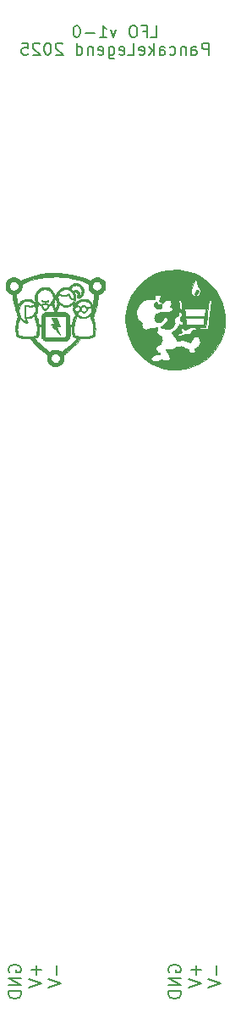
<source format=gbr>
%TF.GenerationSoftware,KiCad,Pcbnew,9.0.1*%
%TF.CreationDate,2025-06-14T19:42:15+10:00*%
%TF.ProjectId,LFO,4c464f2e-6b69-4636-9164-5f7063625858,rev?*%
%TF.SameCoordinates,Original*%
%TF.FileFunction,Legend,Bot*%
%TF.FilePolarity,Positive*%
%FSLAX46Y46*%
G04 Gerber Fmt 4.6, Leading zero omitted, Abs format (unit mm)*
G04 Created by KiCad (PCBNEW 9.0.1) date 2025-06-14 19:42:15*
%MOMM*%
%LPD*%
G01*
G04 APERTURE LIST*
%ADD10C,0.150000*%
%ADD11C,0.200000*%
%ADD12C,0.010000*%
G04 APERTURE END LIST*
D10*
X153571428Y-52797343D02*
X154142856Y-52797343D01*
X154142856Y-52797343D02*
X154142856Y-51597343D01*
X152771427Y-52168772D02*
X153171427Y-52168772D01*
X153171427Y-52797343D02*
X153171427Y-51597343D01*
X153171427Y-51597343D02*
X152599999Y-51597343D01*
X151914285Y-51597343D02*
X151685713Y-51597343D01*
X151685713Y-51597343D02*
X151571428Y-51654486D01*
X151571428Y-51654486D02*
X151457142Y-51768772D01*
X151457142Y-51768772D02*
X151399999Y-51997343D01*
X151399999Y-51997343D02*
X151399999Y-52397343D01*
X151399999Y-52397343D02*
X151457142Y-52625915D01*
X151457142Y-52625915D02*
X151571428Y-52740201D01*
X151571428Y-52740201D02*
X151685713Y-52797343D01*
X151685713Y-52797343D02*
X151914285Y-52797343D01*
X151914285Y-52797343D02*
X152028571Y-52740201D01*
X152028571Y-52740201D02*
X152142856Y-52625915D01*
X152142856Y-52625915D02*
X152199999Y-52397343D01*
X152199999Y-52397343D02*
X152199999Y-51997343D01*
X152199999Y-51997343D02*
X152142856Y-51768772D01*
X152142856Y-51768772D02*
X152028571Y-51654486D01*
X152028571Y-51654486D02*
X151914285Y-51597343D01*
X150085713Y-51997343D02*
X149799999Y-52797343D01*
X149799999Y-52797343D02*
X149514284Y-51997343D01*
X148428570Y-52797343D02*
X149114284Y-52797343D01*
X148771427Y-52797343D02*
X148771427Y-51597343D01*
X148771427Y-51597343D02*
X148885713Y-51768772D01*
X148885713Y-51768772D02*
X148999998Y-51883058D01*
X148999998Y-51883058D02*
X149114284Y-51940201D01*
X147914284Y-52340201D02*
X146999999Y-52340201D01*
X146199999Y-51597343D02*
X146085713Y-51597343D01*
X146085713Y-51597343D02*
X145971427Y-51654486D01*
X145971427Y-51654486D02*
X145914285Y-51711629D01*
X145914285Y-51711629D02*
X145857142Y-51825915D01*
X145857142Y-51825915D02*
X145799999Y-52054486D01*
X145799999Y-52054486D02*
X145799999Y-52340201D01*
X145799999Y-52340201D02*
X145857142Y-52568772D01*
X145857142Y-52568772D02*
X145914285Y-52683058D01*
X145914285Y-52683058D02*
X145971427Y-52740201D01*
X145971427Y-52740201D02*
X146085713Y-52797343D01*
X146085713Y-52797343D02*
X146199999Y-52797343D01*
X146199999Y-52797343D02*
X146314285Y-52740201D01*
X146314285Y-52740201D02*
X146371427Y-52683058D01*
X146371427Y-52683058D02*
X146428570Y-52568772D01*
X146428570Y-52568772D02*
X146485713Y-52340201D01*
X146485713Y-52340201D02*
X146485713Y-52054486D01*
X146485713Y-52054486D02*
X146428570Y-51825915D01*
X146428570Y-51825915D02*
X146371427Y-51711629D01*
X146371427Y-51711629D02*
X146314285Y-51654486D01*
X146314285Y-51654486D02*
X146199999Y-51597343D01*
X159342855Y-54547342D02*
X159342855Y-53347342D01*
X159342855Y-53347342D02*
X158885712Y-53347342D01*
X158885712Y-53347342D02*
X158771427Y-53404485D01*
X158771427Y-53404485D02*
X158714284Y-53461628D01*
X158714284Y-53461628D02*
X158657141Y-53575914D01*
X158657141Y-53575914D02*
X158657141Y-53747342D01*
X158657141Y-53747342D02*
X158714284Y-53861628D01*
X158714284Y-53861628D02*
X158771427Y-53918771D01*
X158771427Y-53918771D02*
X158885712Y-53975914D01*
X158885712Y-53975914D02*
X159342855Y-53975914D01*
X157628570Y-54547342D02*
X157628570Y-53918771D01*
X157628570Y-53918771D02*
X157685712Y-53804485D01*
X157685712Y-53804485D02*
X157799998Y-53747342D01*
X157799998Y-53747342D02*
X158028570Y-53747342D01*
X158028570Y-53747342D02*
X158142855Y-53804485D01*
X157628570Y-54490200D02*
X157742855Y-54547342D01*
X157742855Y-54547342D02*
X158028570Y-54547342D01*
X158028570Y-54547342D02*
X158142855Y-54490200D01*
X158142855Y-54490200D02*
X158199998Y-54375914D01*
X158199998Y-54375914D02*
X158199998Y-54261628D01*
X158199998Y-54261628D02*
X158142855Y-54147342D01*
X158142855Y-54147342D02*
X158028570Y-54090200D01*
X158028570Y-54090200D02*
X157742855Y-54090200D01*
X157742855Y-54090200D02*
X157628570Y-54033057D01*
X157057141Y-53747342D02*
X157057141Y-54547342D01*
X157057141Y-53861628D02*
X156999998Y-53804485D01*
X156999998Y-53804485D02*
X156885713Y-53747342D01*
X156885713Y-53747342D02*
X156714284Y-53747342D01*
X156714284Y-53747342D02*
X156599998Y-53804485D01*
X156599998Y-53804485D02*
X156542856Y-53918771D01*
X156542856Y-53918771D02*
X156542856Y-54547342D01*
X155457142Y-54490200D02*
X155571427Y-54547342D01*
X155571427Y-54547342D02*
X155799999Y-54547342D01*
X155799999Y-54547342D02*
X155914284Y-54490200D01*
X155914284Y-54490200D02*
X155971427Y-54433057D01*
X155971427Y-54433057D02*
X156028570Y-54318771D01*
X156028570Y-54318771D02*
X156028570Y-53975914D01*
X156028570Y-53975914D02*
X155971427Y-53861628D01*
X155971427Y-53861628D02*
X155914284Y-53804485D01*
X155914284Y-53804485D02*
X155799999Y-53747342D01*
X155799999Y-53747342D02*
X155571427Y-53747342D01*
X155571427Y-53747342D02*
X155457142Y-53804485D01*
X154428571Y-54547342D02*
X154428571Y-53918771D01*
X154428571Y-53918771D02*
X154485713Y-53804485D01*
X154485713Y-53804485D02*
X154599999Y-53747342D01*
X154599999Y-53747342D02*
X154828571Y-53747342D01*
X154828571Y-53747342D02*
X154942856Y-53804485D01*
X154428571Y-54490200D02*
X154542856Y-54547342D01*
X154542856Y-54547342D02*
X154828571Y-54547342D01*
X154828571Y-54547342D02*
X154942856Y-54490200D01*
X154942856Y-54490200D02*
X154999999Y-54375914D01*
X154999999Y-54375914D02*
X154999999Y-54261628D01*
X154999999Y-54261628D02*
X154942856Y-54147342D01*
X154942856Y-54147342D02*
X154828571Y-54090200D01*
X154828571Y-54090200D02*
X154542856Y-54090200D01*
X154542856Y-54090200D02*
X154428571Y-54033057D01*
X153857142Y-54547342D02*
X153857142Y-53347342D01*
X153742857Y-54090200D02*
X153399999Y-54547342D01*
X153399999Y-53747342D02*
X153857142Y-54204485D01*
X152428570Y-54490200D02*
X152542856Y-54547342D01*
X152542856Y-54547342D02*
X152771428Y-54547342D01*
X152771428Y-54547342D02*
X152885713Y-54490200D01*
X152885713Y-54490200D02*
X152942856Y-54375914D01*
X152942856Y-54375914D02*
X152942856Y-53918771D01*
X152942856Y-53918771D02*
X152885713Y-53804485D01*
X152885713Y-53804485D02*
X152771428Y-53747342D01*
X152771428Y-53747342D02*
X152542856Y-53747342D01*
X152542856Y-53747342D02*
X152428570Y-53804485D01*
X152428570Y-53804485D02*
X152371428Y-53918771D01*
X152371428Y-53918771D02*
X152371428Y-54033057D01*
X152371428Y-54033057D02*
X152942856Y-54147342D01*
X151285714Y-54547342D02*
X151857142Y-54547342D01*
X151857142Y-54547342D02*
X151857142Y-53347342D01*
X150428570Y-54490200D02*
X150542856Y-54547342D01*
X150542856Y-54547342D02*
X150771428Y-54547342D01*
X150771428Y-54547342D02*
X150885713Y-54490200D01*
X150885713Y-54490200D02*
X150942856Y-54375914D01*
X150942856Y-54375914D02*
X150942856Y-53918771D01*
X150942856Y-53918771D02*
X150885713Y-53804485D01*
X150885713Y-53804485D02*
X150771428Y-53747342D01*
X150771428Y-53747342D02*
X150542856Y-53747342D01*
X150542856Y-53747342D02*
X150428570Y-53804485D01*
X150428570Y-53804485D02*
X150371428Y-53918771D01*
X150371428Y-53918771D02*
X150371428Y-54033057D01*
X150371428Y-54033057D02*
X150942856Y-54147342D01*
X149342857Y-53747342D02*
X149342857Y-54718771D01*
X149342857Y-54718771D02*
X149399999Y-54833057D01*
X149399999Y-54833057D02*
X149457142Y-54890200D01*
X149457142Y-54890200D02*
X149571428Y-54947342D01*
X149571428Y-54947342D02*
X149742857Y-54947342D01*
X149742857Y-54947342D02*
X149857142Y-54890200D01*
X149342857Y-54490200D02*
X149457142Y-54547342D01*
X149457142Y-54547342D02*
X149685714Y-54547342D01*
X149685714Y-54547342D02*
X149799999Y-54490200D01*
X149799999Y-54490200D02*
X149857142Y-54433057D01*
X149857142Y-54433057D02*
X149914285Y-54318771D01*
X149914285Y-54318771D02*
X149914285Y-53975914D01*
X149914285Y-53975914D02*
X149857142Y-53861628D01*
X149857142Y-53861628D02*
X149799999Y-53804485D01*
X149799999Y-53804485D02*
X149685714Y-53747342D01*
X149685714Y-53747342D02*
X149457142Y-53747342D01*
X149457142Y-53747342D02*
X149342857Y-53804485D01*
X148314285Y-54490200D02*
X148428571Y-54547342D01*
X148428571Y-54547342D02*
X148657143Y-54547342D01*
X148657143Y-54547342D02*
X148771428Y-54490200D01*
X148771428Y-54490200D02*
X148828571Y-54375914D01*
X148828571Y-54375914D02*
X148828571Y-53918771D01*
X148828571Y-53918771D02*
X148771428Y-53804485D01*
X148771428Y-53804485D02*
X148657143Y-53747342D01*
X148657143Y-53747342D02*
X148428571Y-53747342D01*
X148428571Y-53747342D02*
X148314285Y-53804485D01*
X148314285Y-53804485D02*
X148257143Y-53918771D01*
X148257143Y-53918771D02*
X148257143Y-54033057D01*
X148257143Y-54033057D02*
X148828571Y-54147342D01*
X147742857Y-53747342D02*
X147742857Y-54547342D01*
X147742857Y-53861628D02*
X147685714Y-53804485D01*
X147685714Y-53804485D02*
X147571429Y-53747342D01*
X147571429Y-53747342D02*
X147400000Y-53747342D01*
X147400000Y-53747342D02*
X147285714Y-53804485D01*
X147285714Y-53804485D02*
X147228572Y-53918771D01*
X147228572Y-53918771D02*
X147228572Y-54547342D01*
X146142858Y-54547342D02*
X146142858Y-53347342D01*
X146142858Y-54490200D02*
X146257143Y-54547342D01*
X146257143Y-54547342D02*
X146485715Y-54547342D01*
X146485715Y-54547342D02*
X146600000Y-54490200D01*
X146600000Y-54490200D02*
X146657143Y-54433057D01*
X146657143Y-54433057D02*
X146714286Y-54318771D01*
X146714286Y-54318771D02*
X146714286Y-53975914D01*
X146714286Y-53975914D02*
X146657143Y-53861628D01*
X146657143Y-53861628D02*
X146600000Y-53804485D01*
X146600000Y-53804485D02*
X146485715Y-53747342D01*
X146485715Y-53747342D02*
X146257143Y-53747342D01*
X146257143Y-53747342D02*
X146142858Y-53804485D01*
X144714286Y-53461628D02*
X144657143Y-53404485D01*
X144657143Y-53404485D02*
X144542858Y-53347342D01*
X144542858Y-53347342D02*
X144257143Y-53347342D01*
X144257143Y-53347342D02*
X144142858Y-53404485D01*
X144142858Y-53404485D02*
X144085715Y-53461628D01*
X144085715Y-53461628D02*
X144028572Y-53575914D01*
X144028572Y-53575914D02*
X144028572Y-53690200D01*
X144028572Y-53690200D02*
X144085715Y-53861628D01*
X144085715Y-53861628D02*
X144771429Y-54547342D01*
X144771429Y-54547342D02*
X144028572Y-54547342D01*
X143285715Y-53347342D02*
X143171429Y-53347342D01*
X143171429Y-53347342D02*
X143057143Y-53404485D01*
X143057143Y-53404485D02*
X143000001Y-53461628D01*
X143000001Y-53461628D02*
X142942858Y-53575914D01*
X142942858Y-53575914D02*
X142885715Y-53804485D01*
X142885715Y-53804485D02*
X142885715Y-54090200D01*
X142885715Y-54090200D02*
X142942858Y-54318771D01*
X142942858Y-54318771D02*
X143000001Y-54433057D01*
X143000001Y-54433057D02*
X143057143Y-54490200D01*
X143057143Y-54490200D02*
X143171429Y-54547342D01*
X143171429Y-54547342D02*
X143285715Y-54547342D01*
X143285715Y-54547342D02*
X143400001Y-54490200D01*
X143400001Y-54490200D02*
X143457143Y-54433057D01*
X143457143Y-54433057D02*
X143514286Y-54318771D01*
X143514286Y-54318771D02*
X143571429Y-54090200D01*
X143571429Y-54090200D02*
X143571429Y-53804485D01*
X143571429Y-53804485D02*
X143514286Y-53575914D01*
X143514286Y-53575914D02*
X143457143Y-53461628D01*
X143457143Y-53461628D02*
X143400001Y-53404485D01*
X143400001Y-53404485D02*
X143285715Y-53347342D01*
X142428572Y-53461628D02*
X142371429Y-53404485D01*
X142371429Y-53404485D02*
X142257144Y-53347342D01*
X142257144Y-53347342D02*
X141971429Y-53347342D01*
X141971429Y-53347342D02*
X141857144Y-53404485D01*
X141857144Y-53404485D02*
X141800001Y-53461628D01*
X141800001Y-53461628D02*
X141742858Y-53575914D01*
X141742858Y-53575914D02*
X141742858Y-53690200D01*
X141742858Y-53690200D02*
X141800001Y-53861628D01*
X141800001Y-53861628D02*
X142485715Y-54547342D01*
X142485715Y-54547342D02*
X141742858Y-54547342D01*
X140657144Y-53347342D02*
X141228572Y-53347342D01*
X141228572Y-53347342D02*
X141285715Y-53918771D01*
X141285715Y-53918771D02*
X141228572Y-53861628D01*
X141228572Y-53861628D02*
X141114287Y-53804485D01*
X141114287Y-53804485D02*
X140828572Y-53804485D01*
X140828572Y-53804485D02*
X140714287Y-53861628D01*
X140714287Y-53861628D02*
X140657144Y-53918771D01*
X140657144Y-53918771D02*
X140600001Y-54033057D01*
X140600001Y-54033057D02*
X140600001Y-54318771D01*
X140600001Y-54318771D02*
X140657144Y-54433057D01*
X140657144Y-54433057D02*
X140714287Y-54490200D01*
X140714287Y-54490200D02*
X140828572Y-54547342D01*
X140828572Y-54547342D02*
X141114287Y-54547342D01*
X141114287Y-54547342D02*
X141228572Y-54490200D01*
X141228572Y-54490200D02*
X141285715Y-54433057D01*
D11*
X142093316Y-145483958D02*
X142093316Y-146451578D01*
X142577126Y-145967768D02*
X141609507Y-145967768D01*
X141307126Y-146874911D02*
X142577126Y-147298244D01*
X142577126Y-147298244D02*
X141307126Y-147721578D01*
X139367602Y-146149197D02*
X139307126Y-146028244D01*
X139307126Y-146028244D02*
X139307126Y-145846816D01*
X139307126Y-145846816D02*
X139367602Y-145665387D01*
X139367602Y-145665387D02*
X139488554Y-145544435D01*
X139488554Y-145544435D02*
X139609507Y-145483958D01*
X139609507Y-145483958D02*
X139851411Y-145423482D01*
X139851411Y-145423482D02*
X140032840Y-145423482D01*
X140032840Y-145423482D02*
X140274745Y-145483958D01*
X140274745Y-145483958D02*
X140395697Y-145544435D01*
X140395697Y-145544435D02*
X140516650Y-145665387D01*
X140516650Y-145665387D02*
X140577126Y-145846816D01*
X140577126Y-145846816D02*
X140577126Y-145967768D01*
X140577126Y-145967768D02*
X140516650Y-146149197D01*
X140516650Y-146149197D02*
X140456173Y-146209673D01*
X140456173Y-146209673D02*
X140032840Y-146209673D01*
X140032840Y-146209673D02*
X140032840Y-145967768D01*
X140577126Y-146753958D02*
X139307126Y-146753958D01*
X139307126Y-146753958D02*
X140577126Y-147479673D01*
X140577126Y-147479673D02*
X139307126Y-147479673D01*
X140577126Y-148084434D02*
X139307126Y-148084434D01*
X139307126Y-148084434D02*
X139307126Y-148386815D01*
X139307126Y-148386815D02*
X139367602Y-148568244D01*
X139367602Y-148568244D02*
X139488554Y-148689196D01*
X139488554Y-148689196D02*
X139609507Y-148749673D01*
X139609507Y-148749673D02*
X139851411Y-148810149D01*
X139851411Y-148810149D02*
X140032840Y-148810149D01*
X140032840Y-148810149D02*
X140274745Y-148749673D01*
X140274745Y-148749673D02*
X140395697Y-148689196D01*
X140395697Y-148689196D02*
X140516650Y-148568244D01*
X140516650Y-148568244D02*
X140577126Y-148386815D01*
X140577126Y-148386815D02*
X140577126Y-148084434D01*
X144093316Y-145483958D02*
X144093316Y-146451578D01*
X143307126Y-146874911D02*
X144577126Y-147298244D01*
X144577126Y-147298244D02*
X143307126Y-147721578D01*
X158093316Y-145483958D02*
X158093316Y-146451578D01*
X158577126Y-145967768D02*
X157609507Y-145967768D01*
X157307126Y-146874911D02*
X158577126Y-147298244D01*
X158577126Y-147298244D02*
X157307126Y-147721578D01*
X155367602Y-146149197D02*
X155307126Y-146028244D01*
X155307126Y-146028244D02*
X155307126Y-145846816D01*
X155307126Y-145846816D02*
X155367602Y-145665387D01*
X155367602Y-145665387D02*
X155488554Y-145544435D01*
X155488554Y-145544435D02*
X155609507Y-145483958D01*
X155609507Y-145483958D02*
X155851411Y-145423482D01*
X155851411Y-145423482D02*
X156032840Y-145423482D01*
X156032840Y-145423482D02*
X156274745Y-145483958D01*
X156274745Y-145483958D02*
X156395697Y-145544435D01*
X156395697Y-145544435D02*
X156516650Y-145665387D01*
X156516650Y-145665387D02*
X156577126Y-145846816D01*
X156577126Y-145846816D02*
X156577126Y-145967768D01*
X156577126Y-145967768D02*
X156516650Y-146149197D01*
X156516650Y-146149197D02*
X156456173Y-146209673D01*
X156456173Y-146209673D02*
X156032840Y-146209673D01*
X156032840Y-146209673D02*
X156032840Y-145967768D01*
X156577126Y-146753958D02*
X155307126Y-146753958D01*
X155307126Y-146753958D02*
X156577126Y-147479673D01*
X156577126Y-147479673D02*
X155307126Y-147479673D01*
X156577126Y-148084434D02*
X155307126Y-148084434D01*
X155307126Y-148084434D02*
X155307126Y-148386815D01*
X155307126Y-148386815D02*
X155367602Y-148568244D01*
X155367602Y-148568244D02*
X155488554Y-148689196D01*
X155488554Y-148689196D02*
X155609507Y-148749673D01*
X155609507Y-148749673D02*
X155851411Y-148810149D01*
X155851411Y-148810149D02*
X156032840Y-148810149D01*
X156032840Y-148810149D02*
X156274745Y-148749673D01*
X156274745Y-148749673D02*
X156395697Y-148689196D01*
X156395697Y-148689196D02*
X156516650Y-148568244D01*
X156516650Y-148568244D02*
X156577126Y-148386815D01*
X156577126Y-148386815D02*
X156577126Y-148084434D01*
X160093316Y-145483958D02*
X160093316Y-146451578D01*
X159307126Y-146874911D02*
X160577126Y-147298244D01*
X160577126Y-147298244D02*
X159307126Y-147721578D01*
D12*
%TO.C,Ref\u002A\u002A*%
X148984737Y-77641985D02*
X148983501Y-77742784D01*
X148978763Y-77815197D01*
X148968421Y-77871359D01*
X148950376Y-77923408D01*
X148922528Y-77983480D01*
X148888865Y-78043091D01*
X148825170Y-78134561D01*
X148758694Y-78211822D01*
X148738973Y-78230408D01*
X148665209Y-78288475D01*
X148578686Y-78344704D01*
X148490693Y-78392740D01*
X148412517Y-78426228D01*
X148355445Y-78438816D01*
X148337573Y-78441987D01*
X148320973Y-78458540D01*
X148318685Y-78465262D01*
X148308297Y-78495786D01*
X148297291Y-78560906D01*
X148285701Y-78661083D01*
X148265591Y-78824233D01*
X148218115Y-79114609D01*
X148154613Y-79425321D01*
X148110275Y-79609618D01*
X148077509Y-79745816D01*
X148024256Y-79938678D01*
X147989227Y-80065543D01*
X147892191Y-80373950D01*
X147891660Y-80375530D01*
X147852145Y-80496409D01*
X147818767Y-80604847D01*
X147793479Y-80693963D01*
X147778236Y-80756874D01*
X147774992Y-80786700D01*
X147778206Y-80796656D01*
X147794180Y-80844138D01*
X147818661Y-80915674D01*
X147847805Y-81000000D01*
X147893065Y-81141226D01*
X147937519Y-81319979D01*
X147966870Y-81503041D01*
X147982967Y-81702722D01*
X147987224Y-81910167D01*
X147987658Y-81931333D01*
X147983058Y-82152896D01*
X147969159Y-82345101D01*
X147945861Y-82497957D01*
X147913052Y-82612473D01*
X147892505Y-82647213D01*
X147849865Y-82683502D01*
X147781986Y-82717338D01*
X147683294Y-82751410D01*
X147548215Y-82788404D01*
X147466014Y-82808384D01*
X147452854Y-82810931D01*
X147234367Y-82853218D01*
X147010788Y-82876981D01*
X146775313Y-82882093D01*
X146534377Y-82878785D01*
X146356374Y-83093832D01*
X146133399Y-83349601D01*
X145863951Y-83630949D01*
X145577840Y-83904540D01*
X145286032Y-84159928D01*
X144999492Y-84386667D01*
X144951333Y-84422752D01*
X144877832Y-84479626D01*
X144831153Y-84520158D01*
X144806164Y-84549810D01*
X144797734Y-84574047D01*
X144800734Y-84598333D01*
X144804331Y-84618816D01*
X144809676Y-84681092D01*
X144813261Y-84766526D01*
X144814298Y-84850199D01*
X144814455Y-84862917D01*
X144813816Y-84933436D01*
X144809897Y-85016123D01*
X144800277Y-85078685D01*
X144782531Y-85134587D01*
X144754234Y-85197296D01*
X144725158Y-85251155D01*
X144619431Y-85391996D01*
X144485608Y-85510928D01*
X144332363Y-85601160D01*
X144168375Y-85655900D01*
X144005036Y-85672143D01*
X143831279Y-85652192D01*
X143665723Y-85596816D01*
X143514362Y-85509531D01*
X143383190Y-85393852D01*
X143278204Y-85253291D01*
X143205399Y-85091365D01*
X143191309Y-85024767D01*
X143181855Y-84930995D01*
X143179285Y-84860191D01*
X143536316Y-84860191D01*
X143554529Y-84974941D01*
X143602516Y-85083367D01*
X143681713Y-85179366D01*
X143793557Y-85256834D01*
X143920664Y-85301606D01*
X144052194Y-85306950D01*
X144179398Y-85271486D01*
X144297338Y-85195812D01*
X144307941Y-85186493D01*
X144395050Y-85083460D01*
X144446547Y-84969292D01*
X144464695Y-84850199D01*
X144451758Y-84732390D01*
X144409998Y-84622076D01*
X144341679Y-84525467D01*
X144249065Y-84448771D01*
X144134417Y-84398200D01*
X144000000Y-84379963D01*
X143971804Y-84380694D01*
X143841554Y-84405210D01*
X143732456Y-84460025D01*
X143645946Y-84539034D01*
X143583461Y-84636134D01*
X143546439Y-84745221D01*
X143536316Y-84860191D01*
X143179285Y-84860191D01*
X143178047Y-84826091D01*
X143179987Y-84723313D01*
X143187775Y-84635919D01*
X143201510Y-84577167D01*
X143201766Y-84576499D01*
X143194672Y-84552518D01*
X143159559Y-84513523D01*
X143093810Y-84457024D01*
X142994808Y-84380531D01*
X142924496Y-84327077D01*
X142587411Y-84050752D01*
X142254035Y-83745631D01*
X141935187Y-83422032D01*
X141641685Y-83090271D01*
X141465433Y-82878935D01*
X141214008Y-82881775D01*
X141131219Y-82881427D01*
X140956941Y-82873095D01*
X140783685Y-82855590D01*
X140617353Y-82830229D01*
X140537599Y-82813658D01*
X141906766Y-82813658D01*
X141908042Y-82818505D01*
X141928760Y-82848372D01*
X141969069Y-82898863D01*
X142023183Y-82962577D01*
X142198706Y-83157752D01*
X142517604Y-83483695D01*
X142848065Y-83787645D01*
X143179867Y-84059903D01*
X143411908Y-84238434D01*
X143492605Y-84174521D01*
X143562450Y-84124080D01*
X143680160Y-84063076D01*
X143811077Y-84026789D01*
X143968250Y-84010727D01*
X144037976Y-84008658D01*
X144129677Y-84011323D01*
X144205792Y-84023190D01*
X144282717Y-84046106D01*
X144333506Y-84066373D01*
X144427422Y-84112759D01*
X144507663Y-84162153D01*
X144608642Y-84234700D01*
X144838779Y-84056008D01*
X145083667Y-83856869D01*
X145361098Y-83611496D01*
X145628751Y-83354812D01*
X145871904Y-83100435D01*
X146134993Y-82810931D01*
X145963833Y-82755317D01*
X145902200Y-82734266D01*
X145822804Y-82699919D01*
X145771002Y-82662025D01*
X145737946Y-82613140D01*
X145714786Y-82545821D01*
X145707606Y-82516228D01*
X145688192Y-82406586D01*
X145671965Y-82272592D01*
X145660102Y-82127613D01*
X145653781Y-81985016D01*
X145654160Y-81864467D01*
X145832189Y-81864467D01*
X145834700Y-82072968D01*
X145851031Y-82277805D01*
X145880232Y-82460500D01*
X145883159Y-82472830D01*
X145896709Y-82506244D01*
X145921459Y-82533214D01*
X145963498Y-82556547D01*
X146028917Y-82579046D01*
X146123804Y-82603517D01*
X146254250Y-82632765D01*
X146349139Y-82650072D01*
X146520587Y-82670341D01*
X146708112Y-82682057D01*
X146897428Y-82684794D01*
X147074246Y-82678127D01*
X147224279Y-82661632D01*
X147330666Y-82642454D01*
X147450730Y-82617026D01*
X147560591Y-82590102D01*
X147649696Y-82564289D01*
X147707494Y-82542196D01*
X147727398Y-82520795D01*
X147751327Y-82458210D01*
X147770830Y-82361301D01*
X147785267Y-82234622D01*
X147793998Y-82082726D01*
X147796382Y-81910167D01*
X147795611Y-81848789D01*
X147783982Y-81629093D01*
X147756545Y-81426351D01*
X147710575Y-81228113D01*
X147643342Y-81021934D01*
X147552121Y-80795363D01*
X147468249Y-80601310D01*
X147349270Y-80684656D01*
X147185436Y-80775516D01*
X147004758Y-80831538D01*
X146817210Y-80850508D01*
X146629623Y-80832422D01*
X146448830Y-80777278D01*
X146281661Y-80685074D01*
X146163279Y-80602147D01*
X146098929Y-80742865D01*
X146069531Y-80808479D01*
X145981127Y-81030337D01*
X145916517Y-81242437D01*
X145871342Y-81461003D01*
X145841245Y-81702261D01*
X145832189Y-81864467D01*
X145654160Y-81864467D01*
X145654180Y-81858166D01*
X145654805Y-81840745D01*
X145657316Y-81752881D01*
X145656351Y-81698778D01*
X145650574Y-81671068D01*
X145638652Y-81662384D01*
X145619250Y-81665360D01*
X145580599Y-81672497D01*
X145520050Y-81677044D01*
X145463183Y-81677333D01*
X145456550Y-82201208D01*
X145454348Y-82359788D01*
X145451837Y-82488274D01*
X145448610Y-82585757D01*
X145444170Y-82658006D01*
X145438026Y-82710788D01*
X145429682Y-82749873D01*
X145418644Y-82781030D01*
X145404420Y-82810027D01*
X145384552Y-82844505D01*
X145284010Y-82967593D01*
X145153861Y-83060586D01*
X145140724Y-83067436D01*
X145119593Y-83076857D01*
X145094737Y-83084658D01*
X145062293Y-83091022D01*
X145018403Y-83096132D01*
X144959204Y-83100171D01*
X144880837Y-83103322D01*
X144779441Y-83105768D01*
X144651154Y-83107692D01*
X144492117Y-83109278D01*
X144298468Y-83110708D01*
X144066347Y-83112166D01*
X143974195Y-83112714D01*
X143738739Y-83113864D01*
X143540467Y-83114120D01*
X143375566Y-83113113D01*
X143240225Y-83110477D01*
X143130633Y-83105843D01*
X143042978Y-83098844D01*
X142973450Y-83089112D01*
X142918237Y-83076280D01*
X142873528Y-83059981D01*
X142835512Y-83039847D01*
X142800376Y-83015509D01*
X142764311Y-82986602D01*
X142736155Y-82959963D01*
X142677721Y-82887889D01*
X142632226Y-82811250D01*
X142630809Y-82808200D01*
X142615311Y-82772841D01*
X142603511Y-82738209D01*
X142594903Y-82698153D01*
X142588982Y-82646521D01*
X142585241Y-82577162D01*
X142583175Y-82483925D01*
X142582277Y-82360657D01*
X142582040Y-82201208D01*
X142581718Y-82106641D01*
X142580242Y-81975137D01*
X142577742Y-81862650D01*
X142574404Y-81775008D01*
X142570414Y-81718041D01*
X142565958Y-81697578D01*
X142559631Y-81696865D01*
X142519991Y-81690361D01*
X142461624Y-81679528D01*
X142373165Y-81662399D01*
X142372508Y-81950324D01*
X142370415Y-82065251D01*
X142370241Y-82074845D01*
X142360353Y-82243356D01*
X142343458Y-82392479D01*
X142320455Y-82516512D01*
X142292240Y-82609753D01*
X142259713Y-82666501D01*
X142258836Y-82667415D01*
X142215150Y-82697814D01*
X142145624Y-82731446D01*
X142064896Y-82761197D01*
X142053780Y-82764677D01*
X141982153Y-82787536D01*
X141929580Y-82805047D01*
X141906766Y-82813658D01*
X140537599Y-82813658D01*
X140463847Y-82798334D01*
X140329067Y-82761224D01*
X140218916Y-82720219D01*
X140139295Y-82676638D01*
X140096105Y-82631800D01*
X140071321Y-82566725D01*
X140045797Y-82450952D01*
X140027018Y-82301597D01*
X140015535Y-82123312D01*
X140011899Y-81920750D01*
X140012009Y-81901091D01*
X140193801Y-81901091D01*
X140194408Y-81999156D01*
X140202084Y-82105937D01*
X140217155Y-82237887D01*
X140217291Y-82238968D01*
X140235002Y-82366089D01*
X140251625Y-82455309D01*
X140268154Y-82510977D01*
X140285584Y-82537444D01*
X140291096Y-82540913D01*
X140338781Y-82560241D01*
X140416497Y-82583704D01*
X140514640Y-82608953D01*
X140623605Y-82633639D01*
X140733787Y-82655414D01*
X140835583Y-82671929D01*
X140979215Y-82686038D01*
X141209959Y-82690164D01*
X141452326Y-82675722D01*
X141691195Y-82643789D01*
X141911446Y-82595437D01*
X141953882Y-82583800D01*
X142029865Y-82560376D01*
X142077223Y-82536074D01*
X142104510Y-82502247D01*
X142120283Y-82450247D01*
X142133099Y-82371427D01*
X142164695Y-82065251D01*
X142163788Y-81752813D01*
X142126084Y-81448386D01*
X142050617Y-81144401D01*
X141936417Y-80833289D01*
X141838366Y-80600995D01*
X141719162Y-80684498D01*
X141703212Y-80695381D01*
X141544281Y-80779039D01*
X141369470Y-80832819D01*
X141194126Y-80851833D01*
X141059711Y-80851833D01*
X141091206Y-80941098D01*
X141099856Y-80964002D01*
X141135906Y-81045075D01*
X141176300Y-81121823D01*
X141179905Y-81128062D01*
X141216692Y-81214530D01*
X141216886Y-81280353D01*
X141180480Y-81325221D01*
X141175576Y-81327912D01*
X141121511Y-81333181D01*
X141045398Y-81312702D01*
X140953770Y-81270663D01*
X140853157Y-81211249D01*
X140750091Y-81138647D01*
X140651104Y-81057045D01*
X140562727Y-80970628D01*
X140491491Y-80883583D01*
X140446808Y-80820083D01*
X140390156Y-80947083D01*
X140378576Y-80974002D01*
X140322856Y-81131548D01*
X140273720Y-81316495D01*
X140234103Y-81516476D01*
X140206940Y-81719124D01*
X140199941Y-81795288D01*
X140193801Y-81901091D01*
X140012009Y-81901091D01*
X140012160Y-81874270D01*
X140018099Y-81677901D01*
X140033556Y-81505226D01*
X140060891Y-81341320D01*
X140102464Y-81171261D01*
X140160635Y-80980125D01*
X140235394Y-80750425D01*
X140117760Y-80404254D01*
X140028616Y-80125034D01*
X140019318Y-80092115D01*
X140346386Y-80092115D01*
X140360421Y-80254212D01*
X140394599Y-80419750D01*
X140445865Y-80570433D01*
X140450301Y-80580545D01*
X140514541Y-80699212D01*
X140599862Y-80822633D01*
X140694916Y-80935791D01*
X140788353Y-81023667D01*
X140845256Y-81065416D01*
X140913682Y-81110334D01*
X140982139Y-81151278D01*
X141041875Y-81183281D01*
X141084135Y-81201376D01*
X141100167Y-81200596D01*
X141099080Y-81195727D01*
X141085140Y-81161817D01*
X141060275Y-81110282D01*
X141053880Y-81097028D01*
X141025999Y-81031010D01*
X140993097Y-80944217D01*
X140961005Y-80851833D01*
X140954635Y-80832432D01*
X140937609Y-80777877D01*
X140924528Y-80727592D01*
X140914757Y-80674920D01*
X140907659Y-80613203D01*
X140902599Y-80535785D01*
X140898941Y-80436008D01*
X140896049Y-80307216D01*
X140893287Y-80142750D01*
X140891885Y-80053810D01*
X140972877Y-80053810D01*
X140973428Y-80180839D01*
X140976006Y-80305436D01*
X140980633Y-80419991D01*
X140987326Y-80516888D01*
X140996107Y-80588517D01*
X140996537Y-80590980D01*
X141010606Y-80662405D01*
X141025496Y-80702815D01*
X141047627Y-80722844D01*
X141083420Y-80733125D01*
X141178749Y-80742326D01*
X141320800Y-80729655D01*
X141465962Y-80691081D01*
X141599544Y-80629553D01*
X141719344Y-80541886D01*
X141744126Y-80514535D01*
X142019018Y-80514535D01*
X142088441Y-80656726D01*
X142109680Y-80702073D01*
X142170121Y-80848593D01*
X142228095Y-81011674D01*
X142277544Y-81173476D01*
X142312409Y-81316160D01*
X142324239Y-81370631D01*
X142341199Y-81424099D01*
X142361987Y-81452535D01*
X142392016Y-81466139D01*
X142446577Y-81479243D01*
X142513042Y-81493409D01*
X142581833Y-81506942D01*
X142581833Y-81083457D01*
X142581994Y-80996758D01*
X142583699Y-80855154D01*
X142588261Y-80745582D01*
X142592933Y-80699926D01*
X142931083Y-80699926D01*
X142931083Y-82675907D01*
X142981053Y-82716370D01*
X142982692Y-82717681D01*
X142996464Y-82726990D01*
X143014582Y-82734697D01*
X143040844Y-82740952D01*
X143079050Y-82745906D01*
X143132998Y-82749710D01*
X143206487Y-82752515D01*
X143303315Y-82754472D01*
X143427282Y-82755731D01*
X143582186Y-82756444D01*
X143771826Y-82756761D01*
X144000000Y-82756833D01*
X144031404Y-82756832D01*
X144254448Y-82756737D01*
X144439442Y-82756378D01*
X144590186Y-82755604D01*
X144710477Y-82754264D01*
X144804115Y-82752208D01*
X144874898Y-82749283D01*
X144926625Y-82745341D01*
X144963094Y-82740229D01*
X144988105Y-82733797D01*
X145005457Y-82725895D01*
X145018947Y-82716370D01*
X145068917Y-82675907D01*
X145068917Y-80699926D01*
X145018947Y-80659463D01*
X145017308Y-80658152D01*
X145003536Y-80648843D01*
X144985419Y-80641136D01*
X144959156Y-80634881D01*
X144920951Y-80629927D01*
X144867003Y-80626123D01*
X144793514Y-80623318D01*
X144696685Y-80621361D01*
X144572718Y-80620102D01*
X144417814Y-80619389D01*
X144228174Y-80619072D01*
X144000000Y-80619000D01*
X143968596Y-80619001D01*
X143745552Y-80619096D01*
X143560558Y-80619455D01*
X143409815Y-80620229D01*
X143289524Y-80621569D01*
X143195886Y-80623625D01*
X143125103Y-80626550D01*
X143073376Y-80630492D01*
X143036906Y-80635604D01*
X143011895Y-80642036D01*
X142994544Y-80649938D01*
X142981053Y-80659463D01*
X142931083Y-80699926D01*
X142592933Y-80699926D01*
X142596893Y-80661227D01*
X142610806Y-80595274D01*
X142631213Y-80540909D01*
X142659327Y-80491316D01*
X142696360Y-80439680D01*
X142725548Y-80408556D01*
X142788396Y-80357454D01*
X142859747Y-80311649D01*
X142973417Y-80248800D01*
X143433792Y-80241327D01*
X143491608Y-80240288D01*
X143620327Y-80237203D01*
X143731018Y-80233479D01*
X143817606Y-80229384D01*
X143874014Y-80225184D01*
X143894167Y-80221144D01*
X143893842Y-80219201D01*
X144127000Y-80219201D01*
X144127134Y-80221144D01*
X144127542Y-80227097D01*
X144133322Y-80238421D01*
X144149773Y-80246722D01*
X144182173Y-80252471D01*
X144235797Y-80256139D01*
X144315924Y-80258198D01*
X144427830Y-80259119D01*
X144576792Y-80259373D01*
X144664794Y-80259469D01*
X144794392Y-80260145D01*
X144891983Y-80261982D01*
X144964213Y-80265582D01*
X145017726Y-80271543D01*
X145059168Y-80280469D01*
X145095183Y-80292958D01*
X145132417Y-80309613D01*
X145225114Y-80362965D01*
X145322468Y-80454638D01*
X145395288Y-80576667D01*
X145406948Y-80604422D01*
X145418987Y-80642751D01*
X145427558Y-80688921D01*
X145428586Y-80699926D01*
X145433246Y-80749828D01*
X145436637Y-80832371D01*
X145438316Y-80943449D01*
X145438869Y-81089958D01*
X145439237Y-81192011D01*
X145440888Y-81316975D01*
X145444095Y-81406597D01*
X145449132Y-81465110D01*
X145456273Y-81496745D01*
X145465792Y-81505733D01*
X145474549Y-81504633D01*
X145520456Y-81496350D01*
X145582113Y-81483340D01*
X145631410Y-81469459D01*
X145667815Y-81445560D01*
X145684448Y-81406231D01*
X145689616Y-81382891D01*
X145764135Y-81094190D01*
X145850948Y-80837229D01*
X145948450Y-80616811D01*
X145990851Y-80533699D01*
X145871516Y-80288275D01*
X145856541Y-80256504D01*
X146070367Y-80256504D01*
X146109392Y-80325907D01*
X146124790Y-80351750D01*
X146225852Y-80477522D01*
X146293222Y-80533699D01*
X146356083Y-80586117D01*
X146505158Y-80670142D01*
X146662750Y-80722200D01*
X146698569Y-80729369D01*
X146808520Y-80742791D01*
X146910195Y-80737235D01*
X147026320Y-80712068D01*
X147178684Y-80654478D01*
X147331416Y-80555484D01*
X147460355Y-80423032D01*
X147562470Y-80259679D01*
X147573780Y-80236429D01*
X147603607Y-80167493D01*
X147620606Y-80105918D01*
X147628259Y-80035160D01*
X147630050Y-79938678D01*
X147629842Y-79903579D01*
X147627655Y-79825118D01*
X147623590Y-79768078D01*
X147618276Y-79742914D01*
X147605382Y-79742471D01*
X147559054Y-79752036D01*
X147488028Y-79771536D01*
X147401317Y-79798654D01*
X147196167Y-79866229D01*
X147196167Y-79923961D01*
X147196167Y-79939598D01*
X147195571Y-79960422D01*
X147170966Y-80070056D01*
X147115581Y-80161627D01*
X147036743Y-80232423D01*
X146941774Y-80279732D01*
X146837999Y-80300845D01*
X146732743Y-80293048D01*
X146633330Y-80253631D01*
X146547085Y-80179882D01*
X146501253Y-80125386D01*
X146436498Y-80179874D01*
X146354228Y-80234016D01*
X146247969Y-80269818D01*
X146145054Y-80270516D01*
X146070367Y-80256504D01*
X145856541Y-80256504D01*
X145818186Y-80175128D01*
X145774664Y-80069926D01*
X145749500Y-79985101D01*
X145741752Y-79918787D01*
X145947333Y-79918787D01*
X145949910Y-79961632D01*
X145969515Y-80019288D01*
X146016125Y-80078055D01*
X146098536Y-80141466D01*
X146186263Y-80164037D01*
X146277212Y-80144667D01*
X146288656Y-80139343D01*
X146367783Y-80081170D01*
X146417787Y-80004283D01*
X146431681Y-79939999D01*
X146559746Y-79939999D01*
X146584392Y-80032389D01*
X146639989Y-80111347D01*
X146722791Y-80166481D01*
X146751341Y-80177958D01*
X146807356Y-80192958D01*
X146856291Y-80186788D01*
X146919496Y-80158592D01*
X146998944Y-80103422D01*
X147055095Y-80022467D01*
X147073037Y-79923961D01*
X147068550Y-79877437D01*
X147035187Y-79790340D01*
X146976301Y-79724846D01*
X146900199Y-79683130D01*
X146815191Y-79667365D01*
X146729583Y-79679725D01*
X146651684Y-79722384D01*
X146589802Y-79797516D01*
X146569797Y-79844571D01*
X146562063Y-79917997D01*
X146559746Y-79939999D01*
X146431681Y-79939999D01*
X146436436Y-79917997D01*
X146421496Y-79831628D01*
X146370736Y-79754492D01*
X146301025Y-79701367D01*
X146207745Y-79673673D01*
X146106513Y-79687525D01*
X146097700Y-79690623D01*
X146017519Y-79741495D01*
X145965719Y-79819987D01*
X145947333Y-79918787D01*
X145741752Y-79918787D01*
X145740961Y-79912021D01*
X145747316Y-79842052D01*
X145766831Y-79766562D01*
X145767771Y-79763570D01*
X145786983Y-79697738D01*
X145792067Y-79653553D01*
X145782108Y-79613075D01*
X145756188Y-79558367D01*
X145749268Y-79544792D01*
X146096030Y-79544792D01*
X146100586Y-79549681D01*
X146134977Y-79557558D01*
X146192142Y-79560667D01*
X146196934Y-79560681D01*
X146287735Y-79569937D01*
X146362520Y-79601371D01*
X146439458Y-79662463D01*
X146497667Y-79716753D01*
X146555875Y-79661223D01*
X146573847Y-79645193D01*
X146674764Y-79585668D01*
X146786981Y-79560285D01*
X146900879Y-79568624D01*
X147006840Y-79610265D01*
X147095247Y-79684788D01*
X147107746Y-79698834D01*
X147148782Y-79735340D01*
X147178925Y-79748836D01*
X147204145Y-79745137D01*
X147267527Y-79729540D01*
X147343135Y-79705933D01*
X147420377Y-79678228D01*
X147488662Y-79650333D01*
X147537401Y-79626160D01*
X147556000Y-79609618D01*
X147555205Y-79598949D01*
X147531499Y-79537296D01*
X147480189Y-79462901D01*
X147408491Y-79383170D01*
X147323624Y-79305510D01*
X147232805Y-79237329D01*
X147143250Y-79186032D01*
X147116113Y-79173661D01*
X147052901Y-79149158D01*
X146991459Y-79134941D01*
X146917107Y-79128355D01*
X146815167Y-79126750D01*
X146776674Y-79126903D01*
X146685423Y-79129936D01*
X146617002Y-79138841D01*
X146556879Y-79156211D01*
X146490523Y-79184635D01*
X146432776Y-79213873D01*
X146356587Y-79258202D01*
X146300023Y-79297656D01*
X146292827Y-79303757D01*
X146245236Y-79349907D01*
X146193202Y-79407453D01*
X146145284Y-79466029D01*
X146110041Y-79515264D01*
X146096030Y-79544792D01*
X145749268Y-79544792D01*
X145739922Y-79526458D01*
X145715270Y-79479626D01*
X145702705Y-79457987D01*
X145698603Y-79457908D01*
X145670008Y-79473103D01*
X145625039Y-79504770D01*
X145586454Y-79531927D01*
X145460063Y-79601060D01*
X145319444Y-79655828D01*
X145185117Y-79687697D01*
X145095450Y-79695348D01*
X144925734Y-79685731D01*
X144759496Y-79648017D01*
X144608201Y-79585263D01*
X144483311Y-79500527D01*
X144407975Y-79434381D01*
X144321440Y-79620629D01*
X144308923Y-79648270D01*
X144266694Y-79750400D01*
X144224953Y-79862899D01*
X144186908Y-79975898D01*
X144155763Y-80079527D01*
X144134725Y-80163918D01*
X144127000Y-80219201D01*
X143893842Y-80219201D01*
X143888623Y-80188027D01*
X143869772Y-80120637D01*
X143840718Y-80031335D01*
X143804753Y-79929401D01*
X143765166Y-79824113D01*
X143725248Y-79724749D01*
X143688289Y-79640588D01*
X143591961Y-79434760D01*
X143515522Y-79494813D01*
X143499040Y-79507417D01*
X143433517Y-79552950D01*
X143375583Y-79587483D01*
X143357780Y-79598018D01*
X143349139Y-79607081D01*
X143311634Y-79646419D01*
X143274806Y-79726179D01*
X143253546Y-79774567D01*
X143204469Y-79857328D01*
X143147806Y-79930801D01*
X143107132Y-79973749D01*
X143063317Y-80009917D01*
X143021015Y-80026187D01*
X142965972Y-80030364D01*
X142896995Y-80023819D01*
X142817805Y-79989789D01*
X142794224Y-79970153D01*
X142726389Y-79893565D01*
X142665136Y-79798569D01*
X142621978Y-79702084D01*
X142593434Y-79643457D01*
X142530340Y-79588059D01*
X142516877Y-79580811D01*
X142500474Y-79570593D01*
X142693875Y-79570593D01*
X142710138Y-79637345D01*
X142739805Y-79714531D01*
X142777839Y-79789187D01*
X142819202Y-79848348D01*
X142834430Y-79864647D01*
X142904327Y-79913509D01*
X142973600Y-79920890D01*
X143040666Y-79887470D01*
X143103940Y-79813932D01*
X143161836Y-79700957D01*
X143190837Y-79607081D01*
X143189045Y-79538767D01*
X143155559Y-79498358D01*
X143128239Y-79486481D01*
X143052194Y-79468768D01*
X142963094Y-79461969D01*
X142871891Y-79465352D01*
X142789539Y-79478181D01*
X142726990Y-79499722D01*
X142695198Y-79529239D01*
X142693875Y-79570593D01*
X142500474Y-79570593D01*
X142453406Y-79541273D01*
X142389846Y-79495501D01*
X142314275Y-79436135D01*
X142284821Y-79495457D01*
X142254460Y-79556609D01*
X142234056Y-79599319D01*
X142213235Y-79653892D01*
X142202018Y-79709367D01*
X142198022Y-79779529D01*
X142198862Y-79878167D01*
X142195909Y-79936716D01*
X142188936Y-80075011D01*
X142145427Y-80267179D01*
X142067913Y-80434476D01*
X142019018Y-80514535D01*
X141744126Y-80514535D01*
X141834719Y-80414553D01*
X141923117Y-80266067D01*
X141980994Y-80104198D01*
X142004806Y-79936716D01*
X141991009Y-79771389D01*
X141972593Y-79689541D01*
X141953839Y-79638693D01*
X141928526Y-79618642D01*
X141889318Y-79623838D01*
X141828877Y-79648731D01*
X141799801Y-79660566D01*
X141667511Y-79694217D01*
X141518202Y-79707147D01*
X141368023Y-79698815D01*
X141233126Y-79668680D01*
X141232877Y-79668596D01*
X141137776Y-79639118D01*
X141072672Y-79626580D01*
X141029093Y-79630293D01*
X140998567Y-79649566D01*
X140990550Y-79673639D01*
X140983190Y-79734264D01*
X140977778Y-79822910D01*
X140974333Y-79931962D01*
X140972877Y-80053810D01*
X140891885Y-80053810D01*
X140884948Y-79613583D01*
X140937145Y-79564613D01*
X140986126Y-79530775D01*
X141050334Y-79516558D01*
X141133157Y-79526449D01*
X141242766Y-79560333D01*
X141258884Y-79565930D01*
X141394515Y-79595508D01*
X141538842Y-79601077D01*
X141677020Y-79583129D01*
X141794208Y-79542152D01*
X141884999Y-79495457D01*
X141840795Y-79433378D01*
X141809665Y-79394789D01*
X141723276Y-79312421D01*
X141618792Y-79235156D01*
X141511231Y-79174780D01*
X141502127Y-79170647D01*
X141443733Y-79148504D01*
X141381735Y-79135113D01*
X141303255Y-79128514D01*
X141195417Y-79126750D01*
X141138171Y-79127069D01*
X141050187Y-79130439D01*
X140984115Y-79139365D01*
X140926435Y-79156141D01*
X140863626Y-79183062D01*
X140843622Y-79192731D01*
X140685192Y-79294232D01*
X140556129Y-79425899D01*
X140456896Y-79587000D01*
X140387954Y-79776805D01*
X140349766Y-79994583D01*
X140346386Y-80092115D01*
X140019318Y-80092115D01*
X139942256Y-79819285D01*
X139865226Y-79509566D01*
X139799945Y-79206326D01*
X139748829Y-78920015D01*
X139714300Y-78661083D01*
X139708143Y-78603290D01*
X139697996Y-78526949D01*
X139685506Y-78481167D01*
X140042737Y-78481167D01*
X140046094Y-78512494D01*
X140056608Y-78579910D01*
X140072915Y-78674572D01*
X140093616Y-78789012D01*
X140117315Y-78915767D01*
X140142613Y-79047371D01*
X140168112Y-79176359D01*
X140192416Y-79295265D01*
X140214126Y-79396625D01*
X140231674Y-79465492D01*
X140250395Y-79508981D01*
X140267847Y-79512336D01*
X140285032Y-79476687D01*
X140317793Y-79410158D01*
X140376398Y-79327628D01*
X140451217Y-79241161D01*
X140533083Y-79161328D01*
X140612830Y-79098698D01*
X140779543Y-79008645D01*
X140964825Y-78949830D01*
X141155199Y-78926518D01*
X141344854Y-78937807D01*
X141527978Y-78982795D01*
X141698761Y-79060580D01*
X141851390Y-79170259D01*
X141980053Y-79310931D01*
X141986854Y-79320149D01*
X142032263Y-79379205D01*
X142060867Y-79408444D01*
X142078846Y-79412557D01*
X142092376Y-79396237D01*
X142096055Y-79387678D01*
X142097441Y-79351994D01*
X142080517Y-79298165D01*
X142042887Y-79217528D01*
X142023635Y-79177199D01*
X141958612Y-78985575D01*
X141932952Y-78791462D01*
X141934490Y-78766917D01*
X142147917Y-78766917D01*
X142148236Y-78824162D01*
X142151606Y-78912146D01*
X142160532Y-78978219D01*
X142177308Y-79035899D01*
X142204229Y-79098707D01*
X142241409Y-79167481D01*
X142321977Y-79280989D01*
X142415885Y-79382181D01*
X142510914Y-79456789D01*
X142583028Y-79501357D01*
X142624611Y-79448493D01*
X142624729Y-79448343D01*
X142685094Y-79401978D01*
X142776925Y-79369701D01*
X142891096Y-79353654D01*
X143018483Y-79355981D01*
X143083239Y-79364120D01*
X143154585Y-79378034D01*
X143200842Y-79393003D01*
X143235157Y-79415119D01*
X143280333Y-79457145D01*
X143286679Y-79464989D01*
X143308356Y-79484577D01*
X143333498Y-79481799D01*
X143378281Y-79456557D01*
X143441171Y-79412849D01*
X143556984Y-79299618D01*
X143651345Y-79162321D01*
X143719566Y-79010288D01*
X143756958Y-78852848D01*
X143758833Y-78699330D01*
X143745737Y-78615184D01*
X143700713Y-78465848D01*
X143625793Y-78332788D01*
X143515103Y-78204064D01*
X143449617Y-78143082D01*
X143320471Y-78051431D01*
X143180891Y-77992452D01*
X143018808Y-77960213D01*
X142873211Y-77959366D01*
X142710129Y-77994361D01*
X142554617Y-78063402D01*
X142413838Y-78162323D01*
X142294955Y-78286962D01*
X142205131Y-78433155D01*
X142189081Y-78468710D01*
X142167577Y-78527398D01*
X142155102Y-78587602D01*
X142149325Y-78662912D01*
X142147917Y-78766917D01*
X141934490Y-78766917D01*
X141944959Y-78599814D01*
X141992936Y-78415587D01*
X142075184Y-78243738D01*
X142190007Y-78089221D01*
X142335708Y-77956993D01*
X142510588Y-77852009D01*
X142560116Y-77828999D01*
X142634347Y-77798875D01*
X142701842Y-77780710D01*
X142778958Y-77770670D01*
X142882049Y-77764922D01*
X142964860Y-77762750D01*
X143061657Y-77765825D01*
X143144937Y-77777849D01*
X143231545Y-77800538D01*
X143248070Y-77805718D01*
X143436043Y-77887790D01*
X143600237Y-78004316D01*
X143738396Y-78153349D01*
X143848264Y-78332942D01*
X143849676Y-78335830D01*
X143881508Y-78402481D01*
X143902959Y-78455611D01*
X143916076Y-78506390D01*
X143922909Y-78565990D01*
X143925506Y-78645580D01*
X143925706Y-78699330D01*
X143925917Y-78756333D01*
X143925917Y-78763824D01*
X143925439Y-78872417D01*
X143922616Y-78950779D01*
X143915328Y-79010345D01*
X143901459Y-79062551D01*
X143878892Y-79118835D01*
X143845508Y-79190631D01*
X143765100Y-79360346D01*
X143837004Y-79518714D01*
X143839852Y-79525012D01*
X143880227Y-79618463D01*
X143918085Y-79712693D01*
X143945572Y-79788208D01*
X143961136Y-79834021D01*
X143978487Y-79881089D01*
X143987252Y-79899333D01*
X143993599Y-79886366D01*
X144009339Y-79842749D01*
X144030194Y-79779021D01*
X144030275Y-79778764D01*
X144059007Y-79697070D01*
X144097810Y-79598627D01*
X144138309Y-79504689D01*
X144208498Y-79350668D01*
X144147537Y-79238115D01*
X144112046Y-79166302D01*
X144048298Y-78976405D01*
X144028625Y-78822063D01*
X144241860Y-78822063D01*
X144272031Y-78989338D01*
X144337672Y-79147198D01*
X144435436Y-79289470D01*
X144561977Y-79409979D01*
X144713949Y-79502550D01*
X144748406Y-79518177D01*
X144834353Y-79550028D01*
X144919634Y-79567341D01*
X145025623Y-79575090D01*
X145094348Y-79575850D01*
X145203104Y-79568844D01*
X145285112Y-79552360D01*
X145428579Y-79489356D01*
X145575676Y-79386783D01*
X145698726Y-79257972D01*
X145789401Y-79110224D01*
X145840100Y-79000795D01*
X145719092Y-78967278D01*
X145666623Y-78951705D01*
X145597845Y-78928193D01*
X145552326Y-78908802D01*
X145541578Y-78902392D01*
X145478647Y-78848736D01*
X145414519Y-78773134D01*
X145360609Y-78690519D01*
X145328333Y-78615821D01*
X145304817Y-78528226D01*
X145212397Y-78567842D01*
X145190851Y-78576764D01*
X145002564Y-78629933D01*
X144809739Y-78642484D01*
X144618391Y-78614581D01*
X144434533Y-78546391D01*
X144368214Y-78516846D01*
X144316447Y-78499950D01*
X144290711Y-78499489D01*
X144280355Y-78522616D01*
X144265635Y-78576859D01*
X144251051Y-78648397D01*
X144250504Y-78651548D01*
X144241860Y-78822063D01*
X144028625Y-78822063D01*
X144023818Y-78784347D01*
X144037042Y-78594801D01*
X144086400Y-78412437D01*
X144117907Y-78348424D01*
X144363776Y-78348424D01*
X144383103Y-78374231D01*
X144430877Y-78410829D01*
X144496044Y-78448821D01*
X144553191Y-78476580D01*
X144606192Y-78496152D01*
X144662442Y-78507099D01*
X144734961Y-78511870D01*
X144836773Y-78512917D01*
X144921775Y-78512219D01*
X145000774Y-78508059D01*
X145061724Y-78497972D01*
X145118116Y-78479518D01*
X145183444Y-78450260D01*
X145251898Y-78420082D01*
X145315207Y-78404770D01*
X145359644Y-78419275D01*
X145394421Y-78467464D01*
X145428750Y-78553202D01*
X145486189Y-78672873D01*
X145567598Y-78770430D01*
X145665549Y-78833438D01*
X145732774Y-78853517D01*
X145801207Y-78862167D01*
X145868106Y-78862167D01*
X145858440Y-78695190D01*
X145839428Y-78560636D01*
X145780669Y-78394859D01*
X145685845Y-78248645D01*
X145557206Y-78125246D01*
X145397000Y-78027915D01*
X145341882Y-78002791D01*
X145282839Y-77981275D01*
X145223463Y-77969147D01*
X145149764Y-77963790D01*
X145047750Y-77962587D01*
X144968589Y-77963201D01*
X144889189Y-77967215D01*
X144828495Y-77977160D01*
X144772972Y-77995522D01*
X144709083Y-78024787D01*
X144701587Y-78028540D01*
X144625481Y-78074218D01*
X144547229Y-78132387D01*
X144474382Y-78195969D01*
X144414490Y-78257887D01*
X144375104Y-78311064D01*
X144363776Y-78348424D01*
X144117907Y-78348424D01*
X144170325Y-78241928D01*
X144287251Y-78087946D01*
X144435610Y-77955162D01*
X144455467Y-77943250D01*
X145528713Y-77943250D01*
X145528992Y-77944133D01*
X145549255Y-77969687D01*
X145593373Y-78011938D01*
X145652334Y-78062214D01*
X145770085Y-78157706D01*
X145827043Y-78108713D01*
X145850541Y-78090724D01*
X145945185Y-78049177D01*
X146051738Y-78039056D01*
X146160601Y-78057818D01*
X146262173Y-78102917D01*
X146346855Y-78171807D01*
X146405046Y-78261945D01*
X146406276Y-78264943D01*
X146429212Y-78359155D01*
X146431852Y-78463161D01*
X146413524Y-78553872D01*
X146401806Y-78593364D01*
X146409317Y-78604422D01*
X146439148Y-78583199D01*
X146493131Y-78529125D01*
X146501341Y-78520292D01*
X146584053Y-78407633D01*
X146630489Y-78285527D01*
X146645162Y-78142500D01*
X146641752Y-78078144D01*
X146607767Y-77935699D01*
X146541802Y-77809274D01*
X146449376Y-77703252D01*
X146336009Y-77622016D01*
X146207217Y-77569948D01*
X146068520Y-77551433D01*
X145925436Y-77570853D01*
X145888203Y-77583051D01*
X145772065Y-77642208D01*
X145666200Y-77724837D01*
X145586637Y-77819187D01*
X145561191Y-77862158D01*
X145536063Y-77913669D01*
X145528713Y-77943250D01*
X144455467Y-77943250D01*
X144613833Y-77848248D01*
X144648158Y-77831916D01*
X144712425Y-77803679D01*
X144767372Y-77786088D01*
X144825912Y-77776633D01*
X144900956Y-77772802D01*
X145005417Y-77772083D01*
X145081653Y-77772885D01*
X145175603Y-77776129D01*
X145250210Y-77781289D01*
X145293981Y-77787740D01*
X145323335Y-77793729D01*
X145352451Y-77783331D01*
X145375590Y-77740922D01*
X145401077Y-77696460D01*
X145463173Y-77623419D01*
X145545844Y-77548026D01*
X145638626Y-77479519D01*
X145731051Y-77427137D01*
X145731560Y-77426900D01*
X145800571Y-77398160D01*
X145865015Y-77381057D01*
X145940487Y-77372754D01*
X146042583Y-77370409D01*
X146058730Y-77370461D01*
X146224045Y-77384938D01*
X146365018Y-77427855D01*
X146491407Y-77503408D01*
X146612967Y-77615796D01*
X146666850Y-77678804D01*
X146753170Y-77816680D01*
X146802570Y-77965846D01*
X146818704Y-78135530D01*
X146818660Y-78142500D01*
X146818584Y-78154673D01*
X146796130Y-78336021D01*
X146735545Y-78499354D01*
X146637544Y-78643246D01*
X146502839Y-78766273D01*
X146482756Y-78780269D01*
X146385919Y-78827589D01*
X146298079Y-78840648D01*
X146224560Y-78823360D01*
X146170686Y-78779640D01*
X146141780Y-78713402D01*
X146143166Y-78628560D01*
X146180167Y-78529028D01*
X146198959Y-78492395D01*
X146218611Y-78437564D01*
X146216035Y-78391293D01*
X146192338Y-78336070D01*
X146149333Y-78282244D01*
X146084171Y-78242699D01*
X146013644Y-78228617D01*
X145951625Y-78245233D01*
X145942028Y-78256500D01*
X145939890Y-78286025D01*
X145951519Y-78338996D01*
X145978084Y-78423266D01*
X145990163Y-78461605D01*
X146029087Y-78665206D01*
X146027502Y-78862167D01*
X146027445Y-78869299D01*
X145999880Y-79000795D01*
X145985731Y-79068298D01*
X145904440Y-79256619D01*
X145892594Y-79278229D01*
X145865203Y-79335963D01*
X145858363Y-79372952D01*
X145869384Y-79400209D01*
X145882386Y-79413738D01*
X145901105Y-79413150D01*
X145928629Y-79387333D01*
X145972363Y-79331332D01*
X146058721Y-79230075D01*
X146204483Y-79107547D01*
X146382451Y-79006624D01*
X146388370Y-79003862D01*
X146468965Y-78969533D01*
X146540991Y-78948176D01*
X146621407Y-78935978D01*
X146727170Y-78929128D01*
X146829865Y-78927887D01*
X147009187Y-78946148D01*
X147168973Y-78993616D01*
X147318486Y-79072536D01*
X147417556Y-79146679D01*
X147523401Y-79246666D01*
X147614211Y-79353644D01*
X147678311Y-79455193D01*
X147720755Y-79540980D01*
X147754651Y-79386782D01*
X147779517Y-79266489D01*
X147807350Y-79117631D01*
X147834043Y-78961911D01*
X147857625Y-78811385D01*
X147876123Y-78678108D01*
X147887567Y-78574135D01*
X147891779Y-78522981D01*
X147894337Y-78465262D01*
X147888991Y-78433770D01*
X147873103Y-78418525D01*
X147844032Y-78409547D01*
X147782083Y-78388439D01*
X147664932Y-78321560D01*
X147551706Y-78225083D01*
X147450732Y-78106662D01*
X147370334Y-77973955D01*
X147347551Y-77924627D01*
X147329216Y-77871653D01*
X147318700Y-77813677D01*
X147313901Y-77738266D01*
X147312718Y-77632983D01*
X147312710Y-77618954D01*
X147705022Y-77618954D01*
X147720050Y-77742792D01*
X147767909Y-77858343D01*
X147847611Y-77958368D01*
X147958167Y-78035629D01*
X147958229Y-78035660D01*
X148089817Y-78080308D01*
X148223124Y-78085210D01*
X148350922Y-78051172D01*
X148465980Y-77978999D01*
X148551108Y-77885595D01*
X148611245Y-77767231D01*
X148634847Y-77640466D01*
X148621724Y-77512410D01*
X148571687Y-77390171D01*
X148484548Y-77280858D01*
X148461248Y-77260684D01*
X148369425Y-77203253D01*
X148265958Y-77162902D01*
X148169833Y-77147667D01*
X148141738Y-77149244D01*
X148041280Y-77173189D01*
X147939412Y-77219739D01*
X147855119Y-77280858D01*
X147777412Y-77375365D01*
X147723813Y-77494066D01*
X147705022Y-77618954D01*
X147312710Y-77618954D01*
X147312583Y-77409216D01*
X147122083Y-77328561D01*
X146847547Y-77218684D01*
X146314572Y-77039241D01*
X145763167Y-76896209D01*
X145196685Y-76790398D01*
X144618482Y-76722622D01*
X144597292Y-76720955D01*
X144451456Y-76713076D01*
X144276826Y-76708456D01*
X144082289Y-76706927D01*
X143876729Y-76708322D01*
X143669033Y-76712471D01*
X143468085Y-76719209D01*
X143282770Y-76728366D01*
X143121974Y-76739776D01*
X142994583Y-76753271D01*
X142445546Y-76842836D01*
X141904875Y-76965154D01*
X141381171Y-77119982D01*
X140867333Y-77309176D01*
X140623917Y-77407727D01*
X140623917Y-77624844D01*
X140623917Y-77632238D01*
X140622939Y-77735439D01*
X140618479Y-77810642D01*
X140608301Y-77868656D01*
X140590171Y-77922139D01*
X140561854Y-77983750D01*
X140505181Y-78079580D01*
X140404268Y-78201402D01*
X140285907Y-78304235D01*
X140161773Y-78376614D01*
X140127150Y-78392106D01*
X140074318Y-78421096D01*
X140049105Y-78448214D01*
X140042737Y-78481167D01*
X139685506Y-78481167D01*
X139684970Y-78479201D01*
X139664224Y-78451369D01*
X139630917Y-78434777D01*
X139580207Y-78420747D01*
X139525840Y-78403716D01*
X139387839Y-78333585D01*
X139259193Y-78231466D01*
X139148231Y-78104767D01*
X139063280Y-77960897D01*
X139049918Y-77930139D01*
X139032263Y-77876270D01*
X139021706Y-77815035D01*
X139016588Y-77734797D01*
X139015250Y-77623917D01*
X139015259Y-77622318D01*
X139369631Y-77622318D01*
X139387355Y-77756945D01*
X139391093Y-77769152D01*
X139439269Y-77864327D01*
X139513938Y-77955112D01*
X139603171Y-78029202D01*
X139695039Y-78074294D01*
X139703483Y-78076754D01*
X139821482Y-78097931D01*
X139929118Y-78086853D01*
X140043199Y-78041958D01*
X140067361Y-78028946D01*
X140173697Y-77947858D01*
X140247335Y-77849412D01*
X140289733Y-77739708D01*
X140302349Y-77624844D01*
X140286643Y-77510919D01*
X140244074Y-77404032D01*
X140176100Y-77310281D01*
X140084180Y-77235765D01*
X139969774Y-77186582D01*
X139834339Y-77168833D01*
X139756507Y-77175092D01*
X139630904Y-77214455D01*
X139524863Y-77284848D01*
X139442936Y-77380281D01*
X139389675Y-77494768D01*
X139369631Y-77622318D01*
X139015259Y-77622318D01*
X139015618Y-77558346D01*
X139018833Y-77465786D01*
X139026743Y-77397456D01*
X139041005Y-77341719D01*
X139063280Y-77286936D01*
X139132068Y-77163431D01*
X139251486Y-77021473D01*
X139400260Y-76909936D01*
X139577922Y-76829236D01*
X139735370Y-76793810D01*
X139911587Y-76791805D01*
X140084466Y-76826262D01*
X140245582Y-76895426D01*
X140386511Y-76997545D01*
X140480358Y-77084050D01*
X140705881Y-76989564D01*
X140907752Y-76908123D01*
X141463828Y-76714674D01*
X142033101Y-76560280D01*
X142612532Y-76445264D01*
X143199085Y-76369951D01*
X143789721Y-76334664D01*
X144381403Y-76339728D01*
X144971092Y-76385467D01*
X145555750Y-76472206D01*
X145573386Y-76475489D01*
X145913604Y-76547990D01*
X146269802Y-76639723D01*
X146627414Y-76746360D01*
X146971872Y-76863574D01*
X147288607Y-76987035D01*
X147518631Y-77083626D01*
X147623006Y-76989784D01*
X147624700Y-76988266D01*
X147767578Y-76887010D01*
X147924464Y-76821871D01*
X148089572Y-76791598D01*
X148257119Y-76794941D01*
X148421319Y-76830650D01*
X148576389Y-76897473D01*
X148716544Y-76994161D01*
X148836000Y-77119462D01*
X148928973Y-77272126D01*
X148952042Y-77324824D01*
X148969229Y-77378483D01*
X148979131Y-77438153D01*
X148983665Y-77515931D01*
X148984750Y-77623917D01*
X148984738Y-77640466D01*
X148984737Y-77641985D01*
G36*
X148984737Y-77641985D02*
G01*
X148983501Y-77742784D01*
X148978763Y-77815197D01*
X148968421Y-77871359D01*
X148950376Y-77923408D01*
X148922528Y-77983480D01*
X148888865Y-78043091D01*
X148825170Y-78134561D01*
X148758694Y-78211822D01*
X148738973Y-78230408D01*
X148665209Y-78288475D01*
X148578686Y-78344704D01*
X148490693Y-78392740D01*
X148412517Y-78426228D01*
X148355445Y-78438816D01*
X148337573Y-78441987D01*
X148320973Y-78458540D01*
X148318685Y-78465262D01*
X148308297Y-78495786D01*
X148297291Y-78560906D01*
X148285701Y-78661083D01*
X148265591Y-78824233D01*
X148218115Y-79114609D01*
X148154613Y-79425321D01*
X148110275Y-79609618D01*
X148077509Y-79745816D01*
X148024256Y-79938678D01*
X147989227Y-80065543D01*
X147892191Y-80373950D01*
X147891660Y-80375530D01*
X147852145Y-80496409D01*
X147818767Y-80604847D01*
X147793479Y-80693963D01*
X147778236Y-80756874D01*
X147774992Y-80786700D01*
X147778206Y-80796656D01*
X147794180Y-80844138D01*
X147818661Y-80915674D01*
X147847805Y-81000000D01*
X147893065Y-81141226D01*
X147937519Y-81319979D01*
X147966870Y-81503041D01*
X147982967Y-81702722D01*
X147987224Y-81910167D01*
X147987658Y-81931333D01*
X147983058Y-82152896D01*
X147969159Y-82345101D01*
X147945861Y-82497957D01*
X147913052Y-82612473D01*
X147892505Y-82647213D01*
X147849865Y-82683502D01*
X147781986Y-82717338D01*
X147683294Y-82751410D01*
X147548215Y-82788404D01*
X147466014Y-82808384D01*
X147452854Y-82810931D01*
X147234367Y-82853218D01*
X147010788Y-82876981D01*
X146775313Y-82882093D01*
X146534377Y-82878785D01*
X146356374Y-83093832D01*
X146133399Y-83349601D01*
X145863951Y-83630949D01*
X145577840Y-83904540D01*
X145286032Y-84159928D01*
X144999492Y-84386667D01*
X144951333Y-84422752D01*
X144877832Y-84479626D01*
X144831153Y-84520158D01*
X144806164Y-84549810D01*
X144797734Y-84574047D01*
X144800734Y-84598333D01*
X144804331Y-84618816D01*
X144809676Y-84681092D01*
X144813261Y-84766526D01*
X144814298Y-84850199D01*
X144814455Y-84862917D01*
X144813816Y-84933436D01*
X144809897Y-85016123D01*
X144800277Y-85078685D01*
X144782531Y-85134587D01*
X144754234Y-85197296D01*
X144725158Y-85251155D01*
X144619431Y-85391996D01*
X144485608Y-85510928D01*
X144332363Y-85601160D01*
X144168375Y-85655900D01*
X144005036Y-85672143D01*
X143831279Y-85652192D01*
X143665723Y-85596816D01*
X143514362Y-85509531D01*
X143383190Y-85393852D01*
X143278204Y-85253291D01*
X143205399Y-85091365D01*
X143191309Y-85024767D01*
X143181855Y-84930995D01*
X143179285Y-84860191D01*
X143536316Y-84860191D01*
X143554529Y-84974941D01*
X143602516Y-85083367D01*
X143681713Y-85179366D01*
X143793557Y-85256834D01*
X143920664Y-85301606D01*
X144052194Y-85306950D01*
X144179398Y-85271486D01*
X144297338Y-85195812D01*
X144307941Y-85186493D01*
X144395050Y-85083460D01*
X144446547Y-84969292D01*
X144464695Y-84850199D01*
X144451758Y-84732390D01*
X144409998Y-84622076D01*
X144341679Y-84525467D01*
X144249065Y-84448771D01*
X144134417Y-84398200D01*
X144000000Y-84379963D01*
X143971804Y-84380694D01*
X143841554Y-84405210D01*
X143732456Y-84460025D01*
X143645946Y-84539034D01*
X143583461Y-84636134D01*
X143546439Y-84745221D01*
X143536316Y-84860191D01*
X143179285Y-84860191D01*
X143178047Y-84826091D01*
X143179987Y-84723313D01*
X143187775Y-84635919D01*
X143201510Y-84577167D01*
X143201766Y-84576499D01*
X143194672Y-84552518D01*
X143159559Y-84513523D01*
X143093810Y-84457024D01*
X142994808Y-84380531D01*
X142924496Y-84327077D01*
X142587411Y-84050752D01*
X142254035Y-83745631D01*
X141935187Y-83422032D01*
X141641685Y-83090271D01*
X141465433Y-82878935D01*
X141214008Y-82881775D01*
X141131219Y-82881427D01*
X140956941Y-82873095D01*
X140783685Y-82855590D01*
X140617353Y-82830229D01*
X140537599Y-82813658D01*
X141906766Y-82813658D01*
X141908042Y-82818505D01*
X141928760Y-82848372D01*
X141969069Y-82898863D01*
X142023183Y-82962577D01*
X142198706Y-83157752D01*
X142517604Y-83483695D01*
X142848065Y-83787645D01*
X143179867Y-84059903D01*
X143411908Y-84238434D01*
X143492605Y-84174521D01*
X143562450Y-84124080D01*
X143680160Y-84063076D01*
X143811077Y-84026789D01*
X143968250Y-84010727D01*
X144037976Y-84008658D01*
X144129677Y-84011323D01*
X144205792Y-84023190D01*
X144282717Y-84046106D01*
X144333506Y-84066373D01*
X144427422Y-84112759D01*
X144507663Y-84162153D01*
X144608642Y-84234700D01*
X144838779Y-84056008D01*
X145083667Y-83856869D01*
X145361098Y-83611496D01*
X145628751Y-83354812D01*
X145871904Y-83100435D01*
X146134993Y-82810931D01*
X145963833Y-82755317D01*
X145902200Y-82734266D01*
X145822804Y-82699919D01*
X145771002Y-82662025D01*
X145737946Y-82613140D01*
X145714786Y-82545821D01*
X145707606Y-82516228D01*
X145688192Y-82406586D01*
X145671965Y-82272592D01*
X145660102Y-82127613D01*
X145653781Y-81985016D01*
X145654160Y-81864467D01*
X145832189Y-81864467D01*
X145834700Y-82072968D01*
X145851031Y-82277805D01*
X145880232Y-82460500D01*
X145883159Y-82472830D01*
X145896709Y-82506244D01*
X145921459Y-82533214D01*
X145963498Y-82556547D01*
X146028917Y-82579046D01*
X146123804Y-82603517D01*
X146254250Y-82632765D01*
X146349139Y-82650072D01*
X146520587Y-82670341D01*
X146708112Y-82682057D01*
X146897428Y-82684794D01*
X147074246Y-82678127D01*
X147224279Y-82661632D01*
X147330666Y-82642454D01*
X147450730Y-82617026D01*
X147560591Y-82590102D01*
X147649696Y-82564289D01*
X147707494Y-82542196D01*
X147727398Y-82520795D01*
X147751327Y-82458210D01*
X147770830Y-82361301D01*
X147785267Y-82234622D01*
X147793998Y-82082726D01*
X147796382Y-81910167D01*
X147795611Y-81848789D01*
X147783982Y-81629093D01*
X147756545Y-81426351D01*
X147710575Y-81228113D01*
X147643342Y-81021934D01*
X147552121Y-80795363D01*
X147468249Y-80601310D01*
X147349270Y-80684656D01*
X147185436Y-80775516D01*
X147004758Y-80831538D01*
X146817210Y-80850508D01*
X146629623Y-80832422D01*
X146448830Y-80777278D01*
X146281661Y-80685074D01*
X146163279Y-80602147D01*
X146098929Y-80742865D01*
X146069531Y-80808479D01*
X145981127Y-81030337D01*
X145916517Y-81242437D01*
X145871342Y-81461003D01*
X145841245Y-81702261D01*
X145832189Y-81864467D01*
X145654160Y-81864467D01*
X145654180Y-81858166D01*
X145654805Y-81840745D01*
X145657316Y-81752881D01*
X145656351Y-81698778D01*
X145650574Y-81671068D01*
X145638652Y-81662384D01*
X145619250Y-81665360D01*
X145580599Y-81672497D01*
X145520050Y-81677044D01*
X145463183Y-81677333D01*
X145456550Y-82201208D01*
X145454348Y-82359788D01*
X145451837Y-82488274D01*
X145448610Y-82585757D01*
X145444170Y-82658006D01*
X145438026Y-82710788D01*
X145429682Y-82749873D01*
X145418644Y-82781030D01*
X145404420Y-82810027D01*
X145384552Y-82844505D01*
X145284010Y-82967593D01*
X145153861Y-83060586D01*
X145140724Y-83067436D01*
X145119593Y-83076857D01*
X145094737Y-83084658D01*
X145062293Y-83091022D01*
X145018403Y-83096132D01*
X144959204Y-83100171D01*
X144880837Y-83103322D01*
X144779441Y-83105768D01*
X144651154Y-83107692D01*
X144492117Y-83109278D01*
X144298468Y-83110708D01*
X144066347Y-83112166D01*
X143974195Y-83112714D01*
X143738739Y-83113864D01*
X143540467Y-83114120D01*
X143375566Y-83113113D01*
X143240225Y-83110477D01*
X143130633Y-83105843D01*
X143042978Y-83098844D01*
X142973450Y-83089112D01*
X142918237Y-83076280D01*
X142873528Y-83059981D01*
X142835512Y-83039847D01*
X142800376Y-83015509D01*
X142764311Y-82986602D01*
X142736155Y-82959963D01*
X142677721Y-82887889D01*
X142632226Y-82811250D01*
X142630809Y-82808200D01*
X142615311Y-82772841D01*
X142603511Y-82738209D01*
X142594903Y-82698153D01*
X142588982Y-82646521D01*
X142585241Y-82577162D01*
X142583175Y-82483925D01*
X142582277Y-82360657D01*
X142582040Y-82201208D01*
X142581718Y-82106641D01*
X142580242Y-81975137D01*
X142577742Y-81862650D01*
X142574404Y-81775008D01*
X142570414Y-81718041D01*
X142565958Y-81697578D01*
X142559631Y-81696865D01*
X142519991Y-81690361D01*
X142461624Y-81679528D01*
X142373165Y-81662399D01*
X142372508Y-81950324D01*
X142370415Y-82065251D01*
X142370241Y-82074845D01*
X142360353Y-82243356D01*
X142343458Y-82392479D01*
X142320455Y-82516512D01*
X142292240Y-82609753D01*
X142259713Y-82666501D01*
X142258836Y-82667415D01*
X142215150Y-82697814D01*
X142145624Y-82731446D01*
X142064896Y-82761197D01*
X142053780Y-82764677D01*
X141982153Y-82787536D01*
X141929580Y-82805047D01*
X141906766Y-82813658D01*
X140537599Y-82813658D01*
X140463847Y-82798334D01*
X140329067Y-82761224D01*
X140218916Y-82720219D01*
X140139295Y-82676638D01*
X140096105Y-82631800D01*
X140071321Y-82566725D01*
X140045797Y-82450952D01*
X140027018Y-82301597D01*
X140015535Y-82123312D01*
X140011899Y-81920750D01*
X140012009Y-81901091D01*
X140193801Y-81901091D01*
X140194408Y-81999156D01*
X140202084Y-82105937D01*
X140217155Y-82237887D01*
X140217291Y-82238968D01*
X140235002Y-82366089D01*
X140251625Y-82455309D01*
X140268154Y-82510977D01*
X140285584Y-82537444D01*
X140291096Y-82540913D01*
X140338781Y-82560241D01*
X140416497Y-82583704D01*
X140514640Y-82608953D01*
X140623605Y-82633639D01*
X140733787Y-82655414D01*
X140835583Y-82671929D01*
X140979215Y-82686038D01*
X141209959Y-82690164D01*
X141452326Y-82675722D01*
X141691195Y-82643789D01*
X141911446Y-82595437D01*
X141953882Y-82583800D01*
X142029865Y-82560376D01*
X142077223Y-82536074D01*
X142104510Y-82502247D01*
X142120283Y-82450247D01*
X142133099Y-82371427D01*
X142164695Y-82065251D01*
X142163788Y-81752813D01*
X142126084Y-81448386D01*
X142050617Y-81144401D01*
X141936417Y-80833289D01*
X141838366Y-80600995D01*
X141719162Y-80684498D01*
X141703212Y-80695381D01*
X141544281Y-80779039D01*
X141369470Y-80832819D01*
X141194126Y-80851833D01*
X141059711Y-80851833D01*
X141091206Y-80941098D01*
X141099856Y-80964002D01*
X141135906Y-81045075D01*
X141176300Y-81121823D01*
X141179905Y-81128062D01*
X141216692Y-81214530D01*
X141216886Y-81280353D01*
X141180480Y-81325221D01*
X141175576Y-81327912D01*
X141121511Y-81333181D01*
X141045398Y-81312702D01*
X140953770Y-81270663D01*
X140853157Y-81211249D01*
X140750091Y-81138647D01*
X140651104Y-81057045D01*
X140562727Y-80970628D01*
X140491491Y-80883583D01*
X140446808Y-80820083D01*
X140390156Y-80947083D01*
X140378576Y-80974002D01*
X140322856Y-81131548D01*
X140273720Y-81316495D01*
X140234103Y-81516476D01*
X140206940Y-81719124D01*
X140199941Y-81795288D01*
X140193801Y-81901091D01*
X140012009Y-81901091D01*
X140012160Y-81874270D01*
X140018099Y-81677901D01*
X140033556Y-81505226D01*
X140060891Y-81341320D01*
X140102464Y-81171261D01*
X140160635Y-80980125D01*
X140235394Y-80750425D01*
X140117760Y-80404254D01*
X140028616Y-80125034D01*
X140019318Y-80092115D01*
X140346386Y-80092115D01*
X140360421Y-80254212D01*
X140394599Y-80419750D01*
X140445865Y-80570433D01*
X140450301Y-80580545D01*
X140514541Y-80699212D01*
X140599862Y-80822633D01*
X140694916Y-80935791D01*
X140788353Y-81023667D01*
X140845256Y-81065416D01*
X140913682Y-81110334D01*
X140982139Y-81151278D01*
X141041875Y-81183281D01*
X141084135Y-81201376D01*
X141100167Y-81200596D01*
X141099080Y-81195727D01*
X141085140Y-81161817D01*
X141060275Y-81110282D01*
X141053880Y-81097028D01*
X141025999Y-81031010D01*
X140993097Y-80944217D01*
X140961005Y-80851833D01*
X140954635Y-80832432D01*
X140937609Y-80777877D01*
X140924528Y-80727592D01*
X140914757Y-80674920D01*
X140907659Y-80613203D01*
X140902599Y-80535785D01*
X140898941Y-80436008D01*
X140896049Y-80307216D01*
X140893287Y-80142750D01*
X140891885Y-80053810D01*
X140972877Y-80053810D01*
X140973428Y-80180839D01*
X140976006Y-80305436D01*
X140980633Y-80419991D01*
X140987326Y-80516888D01*
X140996107Y-80588517D01*
X140996537Y-80590980D01*
X141010606Y-80662405D01*
X141025496Y-80702815D01*
X141047627Y-80722844D01*
X141083420Y-80733125D01*
X141178749Y-80742326D01*
X141320800Y-80729655D01*
X141465962Y-80691081D01*
X141599544Y-80629553D01*
X141719344Y-80541886D01*
X141744126Y-80514535D01*
X142019018Y-80514535D01*
X142088441Y-80656726D01*
X142109680Y-80702073D01*
X142170121Y-80848593D01*
X142228095Y-81011674D01*
X142277544Y-81173476D01*
X142312409Y-81316160D01*
X142324239Y-81370631D01*
X142341199Y-81424099D01*
X142361987Y-81452535D01*
X142392016Y-81466139D01*
X142446577Y-81479243D01*
X142513042Y-81493409D01*
X142581833Y-81506942D01*
X142581833Y-81083457D01*
X142581994Y-80996758D01*
X142583699Y-80855154D01*
X142588261Y-80745582D01*
X142592933Y-80699926D01*
X142931083Y-80699926D01*
X142931083Y-82675907D01*
X142981053Y-82716370D01*
X142982692Y-82717681D01*
X142996464Y-82726990D01*
X143014582Y-82734697D01*
X143040844Y-82740952D01*
X143079050Y-82745906D01*
X143132998Y-82749710D01*
X143206487Y-82752515D01*
X143303315Y-82754472D01*
X143427282Y-82755731D01*
X143582186Y-82756444D01*
X143771826Y-82756761D01*
X144000000Y-82756833D01*
X144031404Y-82756832D01*
X144254448Y-82756737D01*
X144439442Y-82756378D01*
X144590186Y-82755604D01*
X144710477Y-82754264D01*
X144804115Y-82752208D01*
X144874898Y-82749283D01*
X144926625Y-82745341D01*
X144963094Y-82740229D01*
X144988105Y-82733797D01*
X145005457Y-82725895D01*
X145018947Y-82716370D01*
X145068917Y-82675907D01*
X145068917Y-80699926D01*
X145018947Y-80659463D01*
X145017308Y-80658152D01*
X145003536Y-80648843D01*
X144985419Y-80641136D01*
X144959156Y-80634881D01*
X144920951Y-80629927D01*
X144867003Y-80626123D01*
X144793514Y-80623318D01*
X144696685Y-80621361D01*
X144572718Y-80620102D01*
X144417814Y-80619389D01*
X144228174Y-80619072D01*
X144000000Y-80619000D01*
X143968596Y-80619001D01*
X143745552Y-80619096D01*
X143560558Y-80619455D01*
X143409815Y-80620229D01*
X143289524Y-80621569D01*
X143195886Y-80623625D01*
X143125103Y-80626550D01*
X143073376Y-80630492D01*
X143036906Y-80635604D01*
X143011895Y-80642036D01*
X142994544Y-80649938D01*
X142981053Y-80659463D01*
X142931083Y-80699926D01*
X142592933Y-80699926D01*
X142596893Y-80661227D01*
X142610806Y-80595274D01*
X142631213Y-80540909D01*
X142659327Y-80491316D01*
X142696360Y-80439680D01*
X142725548Y-80408556D01*
X142788396Y-80357454D01*
X142859747Y-80311649D01*
X142973417Y-80248800D01*
X143433792Y-80241327D01*
X143491608Y-80240288D01*
X143620327Y-80237203D01*
X143731018Y-80233479D01*
X143817606Y-80229384D01*
X143874014Y-80225184D01*
X143894167Y-80221144D01*
X143893842Y-80219201D01*
X144127000Y-80219201D01*
X144127134Y-80221144D01*
X144127542Y-80227097D01*
X144133322Y-80238421D01*
X144149773Y-80246722D01*
X144182173Y-80252471D01*
X144235797Y-80256139D01*
X144315924Y-80258198D01*
X144427830Y-80259119D01*
X144576792Y-80259373D01*
X144664794Y-80259469D01*
X144794392Y-80260145D01*
X144891983Y-80261982D01*
X144964213Y-80265582D01*
X145017726Y-80271543D01*
X145059168Y-80280469D01*
X145095183Y-80292958D01*
X145132417Y-80309613D01*
X145225114Y-80362965D01*
X145322468Y-80454638D01*
X145395288Y-80576667D01*
X145406948Y-80604422D01*
X145418987Y-80642751D01*
X145427558Y-80688921D01*
X145428586Y-80699926D01*
X145433246Y-80749828D01*
X145436637Y-80832371D01*
X145438316Y-80943449D01*
X145438869Y-81089958D01*
X145439237Y-81192011D01*
X145440888Y-81316975D01*
X145444095Y-81406597D01*
X145449132Y-81465110D01*
X145456273Y-81496745D01*
X145465792Y-81505733D01*
X145474549Y-81504633D01*
X145520456Y-81496350D01*
X145582113Y-81483340D01*
X145631410Y-81469459D01*
X145667815Y-81445560D01*
X145684448Y-81406231D01*
X145689616Y-81382891D01*
X145764135Y-81094190D01*
X145850948Y-80837229D01*
X145948450Y-80616811D01*
X145990851Y-80533699D01*
X145871516Y-80288275D01*
X145856541Y-80256504D01*
X146070367Y-80256504D01*
X146109392Y-80325907D01*
X146124790Y-80351750D01*
X146225852Y-80477522D01*
X146293222Y-80533699D01*
X146356083Y-80586117D01*
X146505158Y-80670142D01*
X146662750Y-80722200D01*
X146698569Y-80729369D01*
X146808520Y-80742791D01*
X146910195Y-80737235D01*
X147026320Y-80712068D01*
X147178684Y-80654478D01*
X147331416Y-80555484D01*
X147460355Y-80423032D01*
X147562470Y-80259679D01*
X147573780Y-80236429D01*
X147603607Y-80167493D01*
X147620606Y-80105918D01*
X147628259Y-80035160D01*
X147630050Y-79938678D01*
X147629842Y-79903579D01*
X147627655Y-79825118D01*
X147623590Y-79768078D01*
X147618276Y-79742914D01*
X147605382Y-79742471D01*
X147559054Y-79752036D01*
X147488028Y-79771536D01*
X147401317Y-79798654D01*
X147196167Y-79866229D01*
X147196167Y-79923961D01*
X147196167Y-79939598D01*
X147195571Y-79960422D01*
X147170966Y-80070056D01*
X147115581Y-80161627D01*
X147036743Y-80232423D01*
X146941774Y-80279732D01*
X146837999Y-80300845D01*
X146732743Y-80293048D01*
X146633330Y-80253631D01*
X146547085Y-80179882D01*
X146501253Y-80125386D01*
X146436498Y-80179874D01*
X146354228Y-80234016D01*
X146247969Y-80269818D01*
X146145054Y-80270516D01*
X146070367Y-80256504D01*
X145856541Y-80256504D01*
X145818186Y-80175128D01*
X145774664Y-80069926D01*
X145749500Y-79985101D01*
X145741752Y-79918787D01*
X145947333Y-79918787D01*
X145949910Y-79961632D01*
X145969515Y-80019288D01*
X146016125Y-80078055D01*
X146098536Y-80141466D01*
X146186263Y-80164037D01*
X146277212Y-80144667D01*
X146288656Y-80139343D01*
X146367783Y-80081170D01*
X146417787Y-80004283D01*
X146431681Y-79939999D01*
X146559746Y-79939999D01*
X146584392Y-80032389D01*
X146639989Y-80111347D01*
X146722791Y-80166481D01*
X146751341Y-80177958D01*
X146807356Y-80192958D01*
X146856291Y-80186788D01*
X146919496Y-80158592D01*
X146998944Y-80103422D01*
X147055095Y-80022467D01*
X147073037Y-79923961D01*
X147068550Y-79877437D01*
X147035187Y-79790340D01*
X146976301Y-79724846D01*
X146900199Y-79683130D01*
X146815191Y-79667365D01*
X146729583Y-79679725D01*
X146651684Y-79722384D01*
X146589802Y-79797516D01*
X146569797Y-79844571D01*
X146562063Y-79917997D01*
X146559746Y-79939999D01*
X146431681Y-79939999D01*
X146436436Y-79917997D01*
X146421496Y-79831628D01*
X146370736Y-79754492D01*
X146301025Y-79701367D01*
X146207745Y-79673673D01*
X146106513Y-79687525D01*
X146097700Y-79690623D01*
X146017519Y-79741495D01*
X145965719Y-79819987D01*
X145947333Y-79918787D01*
X145741752Y-79918787D01*
X145740961Y-79912021D01*
X145747316Y-79842052D01*
X145766831Y-79766562D01*
X145767771Y-79763570D01*
X145786983Y-79697738D01*
X145792067Y-79653553D01*
X145782108Y-79613075D01*
X145756188Y-79558367D01*
X145749268Y-79544792D01*
X146096030Y-79544792D01*
X146100586Y-79549681D01*
X146134977Y-79557558D01*
X146192142Y-79560667D01*
X146196934Y-79560681D01*
X146287735Y-79569937D01*
X146362520Y-79601371D01*
X146439458Y-79662463D01*
X146497667Y-79716753D01*
X146555875Y-79661223D01*
X146573847Y-79645193D01*
X146674764Y-79585668D01*
X146786981Y-79560285D01*
X146900879Y-79568624D01*
X147006840Y-79610265D01*
X147095247Y-79684788D01*
X147107746Y-79698834D01*
X147148782Y-79735340D01*
X147178925Y-79748836D01*
X147204145Y-79745137D01*
X147267527Y-79729540D01*
X147343135Y-79705933D01*
X147420377Y-79678228D01*
X147488662Y-79650333D01*
X147537401Y-79626160D01*
X147556000Y-79609618D01*
X147555205Y-79598949D01*
X147531499Y-79537296D01*
X147480189Y-79462901D01*
X147408491Y-79383170D01*
X147323624Y-79305510D01*
X147232805Y-79237329D01*
X147143250Y-79186032D01*
X147116113Y-79173661D01*
X147052901Y-79149158D01*
X146991459Y-79134941D01*
X146917107Y-79128355D01*
X146815167Y-79126750D01*
X146776674Y-79126903D01*
X146685423Y-79129936D01*
X146617002Y-79138841D01*
X146556879Y-79156211D01*
X146490523Y-79184635D01*
X146432776Y-79213873D01*
X146356587Y-79258202D01*
X146300023Y-79297656D01*
X146292827Y-79303757D01*
X146245236Y-79349907D01*
X146193202Y-79407453D01*
X146145284Y-79466029D01*
X146110041Y-79515264D01*
X146096030Y-79544792D01*
X145749268Y-79544792D01*
X145739922Y-79526458D01*
X145715270Y-79479626D01*
X145702705Y-79457987D01*
X145698603Y-79457908D01*
X145670008Y-79473103D01*
X145625039Y-79504770D01*
X145586454Y-79531927D01*
X145460063Y-79601060D01*
X145319444Y-79655828D01*
X145185117Y-79687697D01*
X145095450Y-79695348D01*
X144925734Y-79685731D01*
X144759496Y-79648017D01*
X144608201Y-79585263D01*
X144483311Y-79500527D01*
X144407975Y-79434381D01*
X144321440Y-79620629D01*
X144308923Y-79648270D01*
X144266694Y-79750400D01*
X144224953Y-79862899D01*
X144186908Y-79975898D01*
X144155763Y-80079527D01*
X144134725Y-80163918D01*
X144127000Y-80219201D01*
X143893842Y-80219201D01*
X143888623Y-80188027D01*
X143869772Y-80120637D01*
X143840718Y-80031335D01*
X143804753Y-79929401D01*
X143765166Y-79824113D01*
X143725248Y-79724749D01*
X143688289Y-79640588D01*
X143591961Y-79434760D01*
X143515522Y-79494813D01*
X143499040Y-79507417D01*
X143433517Y-79552950D01*
X143375583Y-79587483D01*
X143357780Y-79598018D01*
X143349139Y-79607081D01*
X143311634Y-79646419D01*
X143274806Y-79726179D01*
X143253546Y-79774567D01*
X143204469Y-79857328D01*
X143147806Y-79930801D01*
X143107132Y-79973749D01*
X143063317Y-80009917D01*
X143021015Y-80026187D01*
X142965972Y-80030364D01*
X142896995Y-80023819D01*
X142817805Y-79989789D01*
X142794224Y-79970153D01*
X142726389Y-79893565D01*
X142665136Y-79798569D01*
X142621978Y-79702084D01*
X142593434Y-79643457D01*
X142530340Y-79588059D01*
X142516877Y-79580811D01*
X142500474Y-79570593D01*
X142693875Y-79570593D01*
X142710138Y-79637345D01*
X142739805Y-79714531D01*
X142777839Y-79789187D01*
X142819202Y-79848348D01*
X142834430Y-79864647D01*
X142904327Y-79913509D01*
X142973600Y-79920890D01*
X143040666Y-79887470D01*
X143103940Y-79813932D01*
X143161836Y-79700957D01*
X143190837Y-79607081D01*
X143189045Y-79538767D01*
X143155559Y-79498358D01*
X143128239Y-79486481D01*
X143052194Y-79468768D01*
X142963094Y-79461969D01*
X142871891Y-79465352D01*
X142789539Y-79478181D01*
X142726990Y-79499722D01*
X142695198Y-79529239D01*
X142693875Y-79570593D01*
X142500474Y-79570593D01*
X142453406Y-79541273D01*
X142389846Y-79495501D01*
X142314275Y-79436135D01*
X142284821Y-79495457D01*
X142254460Y-79556609D01*
X142234056Y-79599319D01*
X142213235Y-79653892D01*
X142202018Y-79709367D01*
X142198022Y-79779529D01*
X142198862Y-79878167D01*
X142195909Y-79936716D01*
X142188936Y-80075011D01*
X142145427Y-80267179D01*
X142067913Y-80434476D01*
X142019018Y-80514535D01*
X141744126Y-80514535D01*
X141834719Y-80414553D01*
X141923117Y-80266067D01*
X141980994Y-80104198D01*
X142004806Y-79936716D01*
X141991009Y-79771389D01*
X141972593Y-79689541D01*
X141953839Y-79638693D01*
X141928526Y-79618642D01*
X141889318Y-79623838D01*
X141828877Y-79648731D01*
X141799801Y-79660566D01*
X141667511Y-79694217D01*
X141518202Y-79707147D01*
X141368023Y-79698815D01*
X141233126Y-79668680D01*
X141232877Y-79668596D01*
X141137776Y-79639118D01*
X141072672Y-79626580D01*
X141029093Y-79630293D01*
X140998567Y-79649566D01*
X140990550Y-79673639D01*
X140983190Y-79734264D01*
X140977778Y-79822910D01*
X140974333Y-79931962D01*
X140972877Y-80053810D01*
X140891885Y-80053810D01*
X140884948Y-79613583D01*
X140937145Y-79564613D01*
X140986126Y-79530775D01*
X141050334Y-79516558D01*
X141133157Y-79526449D01*
X141242766Y-79560333D01*
X141258884Y-79565930D01*
X141394515Y-79595508D01*
X141538842Y-79601077D01*
X141677020Y-79583129D01*
X141794208Y-79542152D01*
X141884999Y-79495457D01*
X141840795Y-79433378D01*
X141809665Y-79394789D01*
X141723276Y-79312421D01*
X141618792Y-79235156D01*
X141511231Y-79174780D01*
X141502127Y-79170647D01*
X141443733Y-79148504D01*
X141381735Y-79135113D01*
X141303255Y-79128514D01*
X141195417Y-79126750D01*
X141138171Y-79127069D01*
X141050187Y-79130439D01*
X140984115Y-79139365D01*
X140926435Y-79156141D01*
X140863626Y-79183062D01*
X140843622Y-79192731D01*
X140685192Y-79294232D01*
X140556129Y-79425899D01*
X140456896Y-79587000D01*
X140387954Y-79776805D01*
X140349766Y-79994583D01*
X140346386Y-80092115D01*
X140019318Y-80092115D01*
X139942256Y-79819285D01*
X139865226Y-79509566D01*
X139799945Y-79206326D01*
X139748829Y-78920015D01*
X139714300Y-78661083D01*
X139708143Y-78603290D01*
X139697996Y-78526949D01*
X139685506Y-78481167D01*
X140042737Y-78481167D01*
X140046094Y-78512494D01*
X140056608Y-78579910D01*
X140072915Y-78674572D01*
X140093616Y-78789012D01*
X140117315Y-78915767D01*
X140142613Y-79047371D01*
X140168112Y-79176359D01*
X140192416Y-79295265D01*
X140214126Y-79396625D01*
X140231674Y-79465492D01*
X140250395Y-79508981D01*
X140267847Y-79512336D01*
X140285032Y-79476687D01*
X140317793Y-79410158D01*
X140376398Y-79327628D01*
X140451217Y-79241161D01*
X140533083Y-79161328D01*
X140612830Y-79098698D01*
X140779543Y-79008645D01*
X140964825Y-78949830D01*
X141155199Y-78926518D01*
X141344854Y-78937807D01*
X141527978Y-78982795D01*
X141698761Y-79060580D01*
X141851390Y-79170259D01*
X141980053Y-79310931D01*
X141986854Y-79320149D01*
X142032263Y-79379205D01*
X142060867Y-79408444D01*
X142078846Y-79412557D01*
X142092376Y-79396237D01*
X142096055Y-79387678D01*
X142097441Y-79351994D01*
X142080517Y-79298165D01*
X142042887Y-79217528D01*
X142023635Y-79177199D01*
X141958612Y-78985575D01*
X141932952Y-78791462D01*
X141934490Y-78766917D01*
X142147917Y-78766917D01*
X142148236Y-78824162D01*
X142151606Y-78912146D01*
X142160532Y-78978219D01*
X142177308Y-79035899D01*
X142204229Y-79098707D01*
X142241409Y-79167481D01*
X142321977Y-79280989D01*
X142415885Y-79382181D01*
X142510914Y-79456789D01*
X142583028Y-79501357D01*
X142624611Y-79448493D01*
X142624729Y-79448343D01*
X142685094Y-79401978D01*
X142776925Y-79369701D01*
X142891096Y-79353654D01*
X143018483Y-79355981D01*
X143083239Y-79364120D01*
X143154585Y-79378034D01*
X143200842Y-79393003D01*
X143235157Y-79415119D01*
X143280333Y-79457145D01*
X143286679Y-79464989D01*
X143308356Y-79484577D01*
X143333498Y-79481799D01*
X143378281Y-79456557D01*
X143441171Y-79412849D01*
X143556984Y-79299618D01*
X143651345Y-79162321D01*
X143719566Y-79010288D01*
X143756958Y-78852848D01*
X143758833Y-78699330D01*
X143745737Y-78615184D01*
X143700713Y-78465848D01*
X143625793Y-78332788D01*
X143515103Y-78204064D01*
X143449617Y-78143082D01*
X143320471Y-78051431D01*
X143180891Y-77992452D01*
X143018808Y-77960213D01*
X142873211Y-77959366D01*
X142710129Y-77994361D01*
X142554617Y-78063402D01*
X142413838Y-78162323D01*
X142294955Y-78286962D01*
X142205131Y-78433155D01*
X142189081Y-78468710D01*
X142167577Y-78527398D01*
X142155102Y-78587602D01*
X142149325Y-78662912D01*
X142147917Y-78766917D01*
X141934490Y-78766917D01*
X141944959Y-78599814D01*
X141992936Y-78415587D01*
X142075184Y-78243738D01*
X142190007Y-78089221D01*
X142335708Y-77956993D01*
X142510588Y-77852009D01*
X142560116Y-77828999D01*
X142634347Y-77798875D01*
X142701842Y-77780710D01*
X142778958Y-77770670D01*
X142882049Y-77764922D01*
X142964860Y-77762750D01*
X143061657Y-77765825D01*
X143144937Y-77777849D01*
X143231545Y-77800538D01*
X143248070Y-77805718D01*
X143436043Y-77887790D01*
X143600237Y-78004316D01*
X143738396Y-78153349D01*
X143848264Y-78332942D01*
X143849676Y-78335830D01*
X143881508Y-78402481D01*
X143902959Y-78455611D01*
X143916076Y-78506390D01*
X143922909Y-78565990D01*
X143925506Y-78645580D01*
X143925706Y-78699330D01*
X143925917Y-78756333D01*
X143925917Y-78763824D01*
X143925439Y-78872417D01*
X143922616Y-78950779D01*
X143915328Y-79010345D01*
X143901459Y-79062551D01*
X143878892Y-79118835D01*
X143845508Y-79190631D01*
X143765100Y-79360346D01*
X143837004Y-79518714D01*
X143839852Y-79525012D01*
X143880227Y-79618463D01*
X143918085Y-79712693D01*
X143945572Y-79788208D01*
X143961136Y-79834021D01*
X143978487Y-79881089D01*
X143987252Y-79899333D01*
X143993599Y-79886366D01*
X144009339Y-79842749D01*
X144030194Y-79779021D01*
X144030275Y-79778764D01*
X144059007Y-79697070D01*
X144097810Y-79598627D01*
X144138309Y-79504689D01*
X144208498Y-79350668D01*
X144147537Y-79238115D01*
X144112046Y-79166302D01*
X144048298Y-78976405D01*
X144028625Y-78822063D01*
X144241860Y-78822063D01*
X144272031Y-78989338D01*
X144337672Y-79147198D01*
X144435436Y-79289470D01*
X144561977Y-79409979D01*
X144713949Y-79502550D01*
X144748406Y-79518177D01*
X144834353Y-79550028D01*
X144919634Y-79567341D01*
X145025623Y-79575090D01*
X145094348Y-79575850D01*
X145203104Y-79568844D01*
X145285112Y-79552360D01*
X145428579Y-79489356D01*
X145575676Y-79386783D01*
X145698726Y-79257972D01*
X145789401Y-79110224D01*
X145840100Y-79000795D01*
X145719092Y-78967278D01*
X145666623Y-78951705D01*
X145597845Y-78928193D01*
X145552326Y-78908802D01*
X145541578Y-78902392D01*
X145478647Y-78848736D01*
X145414519Y-78773134D01*
X145360609Y-78690519D01*
X145328333Y-78615821D01*
X145304817Y-78528226D01*
X145212397Y-78567842D01*
X145190851Y-78576764D01*
X145002564Y-78629933D01*
X144809739Y-78642484D01*
X144618391Y-78614581D01*
X144434533Y-78546391D01*
X144368214Y-78516846D01*
X144316447Y-78499950D01*
X144290711Y-78499489D01*
X144280355Y-78522616D01*
X144265635Y-78576859D01*
X144251051Y-78648397D01*
X144250504Y-78651548D01*
X144241860Y-78822063D01*
X144028625Y-78822063D01*
X144023818Y-78784347D01*
X144037042Y-78594801D01*
X144086400Y-78412437D01*
X144117907Y-78348424D01*
X144363776Y-78348424D01*
X144383103Y-78374231D01*
X144430877Y-78410829D01*
X144496044Y-78448821D01*
X144553191Y-78476580D01*
X144606192Y-78496152D01*
X144662442Y-78507099D01*
X144734961Y-78511870D01*
X144836773Y-78512917D01*
X144921775Y-78512219D01*
X145000774Y-78508059D01*
X145061724Y-78497972D01*
X145118116Y-78479518D01*
X145183444Y-78450260D01*
X145251898Y-78420082D01*
X145315207Y-78404770D01*
X145359644Y-78419275D01*
X145394421Y-78467464D01*
X145428750Y-78553202D01*
X145486189Y-78672873D01*
X145567598Y-78770430D01*
X145665549Y-78833438D01*
X145732774Y-78853517D01*
X145801207Y-78862167D01*
X145868106Y-78862167D01*
X145858440Y-78695190D01*
X145839428Y-78560636D01*
X145780669Y-78394859D01*
X145685845Y-78248645D01*
X145557206Y-78125246D01*
X145397000Y-78027915D01*
X145341882Y-78002791D01*
X145282839Y-77981275D01*
X145223463Y-77969147D01*
X145149764Y-77963790D01*
X145047750Y-77962587D01*
X144968589Y-77963201D01*
X144889189Y-77967215D01*
X144828495Y-77977160D01*
X144772972Y-77995522D01*
X144709083Y-78024787D01*
X144701587Y-78028540D01*
X144625481Y-78074218D01*
X144547229Y-78132387D01*
X144474382Y-78195969D01*
X144414490Y-78257887D01*
X144375104Y-78311064D01*
X144363776Y-78348424D01*
X144117907Y-78348424D01*
X144170325Y-78241928D01*
X144287251Y-78087946D01*
X144435610Y-77955162D01*
X144455467Y-77943250D01*
X145528713Y-77943250D01*
X145528992Y-77944133D01*
X145549255Y-77969687D01*
X145593373Y-78011938D01*
X145652334Y-78062214D01*
X145770085Y-78157706D01*
X145827043Y-78108713D01*
X145850541Y-78090724D01*
X145945185Y-78049177D01*
X146051738Y-78039056D01*
X146160601Y-78057818D01*
X146262173Y-78102917D01*
X146346855Y-78171807D01*
X146405046Y-78261945D01*
X146406276Y-78264943D01*
X146429212Y-78359155D01*
X146431852Y-78463161D01*
X146413524Y-78553872D01*
X146401806Y-78593364D01*
X146409317Y-78604422D01*
X146439148Y-78583199D01*
X146493131Y-78529125D01*
X146501341Y-78520292D01*
X146584053Y-78407633D01*
X146630489Y-78285527D01*
X146645162Y-78142500D01*
X146641752Y-78078144D01*
X146607767Y-77935699D01*
X146541802Y-77809274D01*
X146449376Y-77703252D01*
X146336009Y-77622016D01*
X146207217Y-77569948D01*
X146068520Y-77551433D01*
X145925436Y-77570853D01*
X145888203Y-77583051D01*
X145772065Y-77642208D01*
X145666200Y-77724837D01*
X145586637Y-77819187D01*
X145561191Y-77862158D01*
X145536063Y-77913669D01*
X145528713Y-77943250D01*
X144455467Y-77943250D01*
X144613833Y-77848248D01*
X144648158Y-77831916D01*
X144712425Y-77803679D01*
X144767372Y-77786088D01*
X144825912Y-77776633D01*
X144900956Y-77772802D01*
X145005417Y-77772083D01*
X145081653Y-77772885D01*
X145175603Y-77776129D01*
X145250210Y-77781289D01*
X145293981Y-77787740D01*
X145323335Y-77793729D01*
X145352451Y-77783331D01*
X145375590Y-77740922D01*
X145401077Y-77696460D01*
X145463173Y-77623419D01*
X145545844Y-77548026D01*
X145638626Y-77479519D01*
X145731051Y-77427137D01*
X145731560Y-77426900D01*
X145800571Y-77398160D01*
X145865015Y-77381057D01*
X145940487Y-77372754D01*
X146042583Y-77370409D01*
X146058730Y-77370461D01*
X146224045Y-77384938D01*
X146365018Y-77427855D01*
X146491407Y-77503408D01*
X146612967Y-77615796D01*
X146666850Y-77678804D01*
X146753170Y-77816680D01*
X146802570Y-77965846D01*
X146818704Y-78135530D01*
X146818660Y-78142500D01*
X146818584Y-78154673D01*
X146796130Y-78336021D01*
X146735545Y-78499354D01*
X146637544Y-78643246D01*
X146502839Y-78766273D01*
X146482756Y-78780269D01*
X146385919Y-78827589D01*
X146298079Y-78840648D01*
X146224560Y-78823360D01*
X146170686Y-78779640D01*
X146141780Y-78713402D01*
X146143166Y-78628560D01*
X146180167Y-78529028D01*
X146198959Y-78492395D01*
X146218611Y-78437564D01*
X146216035Y-78391293D01*
X146192338Y-78336070D01*
X146149333Y-78282244D01*
X146084171Y-78242699D01*
X146013644Y-78228617D01*
X145951625Y-78245233D01*
X145942028Y-78256500D01*
X145939890Y-78286025D01*
X145951519Y-78338996D01*
X145978084Y-78423266D01*
X145990163Y-78461605D01*
X146029087Y-78665206D01*
X146027502Y-78862167D01*
X146027445Y-78869299D01*
X145999880Y-79000795D01*
X145985731Y-79068298D01*
X145904440Y-79256619D01*
X145892594Y-79278229D01*
X145865203Y-79335963D01*
X145858363Y-79372952D01*
X145869384Y-79400209D01*
X145882386Y-79413738D01*
X145901105Y-79413150D01*
X145928629Y-79387333D01*
X145972363Y-79331332D01*
X146058721Y-79230075D01*
X146204483Y-79107547D01*
X146382451Y-79006624D01*
X146388370Y-79003862D01*
X146468965Y-78969533D01*
X146540991Y-78948176D01*
X146621407Y-78935978D01*
X146727170Y-78929128D01*
X146829865Y-78927887D01*
X147009187Y-78946148D01*
X147168973Y-78993616D01*
X147318486Y-79072536D01*
X147417556Y-79146679D01*
X147523401Y-79246666D01*
X147614211Y-79353644D01*
X147678311Y-79455193D01*
X147720755Y-79540980D01*
X147754651Y-79386782D01*
X147779517Y-79266489D01*
X147807350Y-79117631D01*
X147834043Y-78961911D01*
X147857625Y-78811385D01*
X147876123Y-78678108D01*
X147887567Y-78574135D01*
X147891779Y-78522981D01*
X147894337Y-78465262D01*
X147888991Y-78433770D01*
X147873103Y-78418525D01*
X147844032Y-78409547D01*
X147782083Y-78388439D01*
X147664932Y-78321560D01*
X147551706Y-78225083D01*
X147450732Y-78106662D01*
X147370334Y-77973955D01*
X147347551Y-77924627D01*
X147329216Y-77871653D01*
X147318700Y-77813677D01*
X147313901Y-77738266D01*
X147312718Y-77632983D01*
X147312710Y-77618954D01*
X147705022Y-77618954D01*
X147720050Y-77742792D01*
X147767909Y-77858343D01*
X147847611Y-77958368D01*
X147958167Y-78035629D01*
X147958229Y-78035660D01*
X148089817Y-78080308D01*
X148223124Y-78085210D01*
X148350922Y-78051172D01*
X148465980Y-77978999D01*
X148551108Y-77885595D01*
X148611245Y-77767231D01*
X148634847Y-77640466D01*
X148621724Y-77512410D01*
X148571687Y-77390171D01*
X148484548Y-77280858D01*
X148461248Y-77260684D01*
X148369425Y-77203253D01*
X148265958Y-77162902D01*
X148169833Y-77147667D01*
X148141738Y-77149244D01*
X148041280Y-77173189D01*
X147939412Y-77219739D01*
X147855119Y-77280858D01*
X147777412Y-77375365D01*
X147723813Y-77494066D01*
X147705022Y-77618954D01*
X147312710Y-77618954D01*
X147312583Y-77409216D01*
X147122083Y-77328561D01*
X146847547Y-77218684D01*
X146314572Y-77039241D01*
X145763167Y-76896209D01*
X145196685Y-76790398D01*
X144618482Y-76722622D01*
X144597292Y-76720955D01*
X144451456Y-76713076D01*
X144276826Y-76708456D01*
X144082289Y-76706927D01*
X143876729Y-76708322D01*
X143669033Y-76712471D01*
X143468085Y-76719209D01*
X143282770Y-76728366D01*
X143121974Y-76739776D01*
X142994583Y-76753271D01*
X142445546Y-76842836D01*
X141904875Y-76965154D01*
X141381171Y-77119982D01*
X140867333Y-77309176D01*
X140623917Y-77407727D01*
X140623917Y-77624844D01*
X140623917Y-77632238D01*
X140622939Y-77735439D01*
X140618479Y-77810642D01*
X140608301Y-77868656D01*
X140590171Y-77922139D01*
X140561854Y-77983750D01*
X140505181Y-78079580D01*
X140404268Y-78201402D01*
X140285907Y-78304235D01*
X140161773Y-78376614D01*
X140127150Y-78392106D01*
X140074318Y-78421096D01*
X140049105Y-78448214D01*
X140042737Y-78481167D01*
X139685506Y-78481167D01*
X139684970Y-78479201D01*
X139664224Y-78451369D01*
X139630917Y-78434777D01*
X139580207Y-78420747D01*
X139525840Y-78403716D01*
X139387839Y-78333585D01*
X139259193Y-78231466D01*
X139148231Y-78104767D01*
X139063280Y-77960897D01*
X139049918Y-77930139D01*
X139032263Y-77876270D01*
X139021706Y-77815035D01*
X139016588Y-77734797D01*
X139015250Y-77623917D01*
X139015259Y-77622318D01*
X139369631Y-77622318D01*
X139387355Y-77756945D01*
X139391093Y-77769152D01*
X139439269Y-77864327D01*
X139513938Y-77955112D01*
X139603171Y-78029202D01*
X139695039Y-78074294D01*
X139703483Y-78076754D01*
X139821482Y-78097931D01*
X139929118Y-78086853D01*
X140043199Y-78041958D01*
X140067361Y-78028946D01*
X140173697Y-77947858D01*
X140247335Y-77849412D01*
X140289733Y-77739708D01*
X140302349Y-77624844D01*
X140286643Y-77510919D01*
X140244074Y-77404032D01*
X140176100Y-77310281D01*
X140084180Y-77235765D01*
X139969774Y-77186582D01*
X139834339Y-77168833D01*
X139756507Y-77175092D01*
X139630904Y-77214455D01*
X139524863Y-77284848D01*
X139442936Y-77380281D01*
X139389675Y-77494768D01*
X139369631Y-77622318D01*
X139015259Y-77622318D01*
X139015618Y-77558346D01*
X139018833Y-77465786D01*
X139026743Y-77397456D01*
X139041005Y-77341719D01*
X139063280Y-77286936D01*
X139132068Y-77163431D01*
X139251486Y-77021473D01*
X139400260Y-76909936D01*
X139577922Y-76829236D01*
X139735370Y-76793810D01*
X139911587Y-76791805D01*
X140084466Y-76826262D01*
X140245582Y-76895426D01*
X140386511Y-76997545D01*
X140480358Y-77084050D01*
X140705881Y-76989564D01*
X140907752Y-76908123D01*
X141463828Y-76714674D01*
X142033101Y-76560280D01*
X142612532Y-76445264D01*
X143199085Y-76369951D01*
X143789721Y-76334664D01*
X144381403Y-76339728D01*
X144971092Y-76385467D01*
X145555750Y-76472206D01*
X145573386Y-76475489D01*
X145913604Y-76547990D01*
X146269802Y-76639723D01*
X146627414Y-76746360D01*
X146971872Y-76863574D01*
X147288607Y-76987035D01*
X147518631Y-77083626D01*
X147623006Y-76989784D01*
X147624700Y-76988266D01*
X147767578Y-76887010D01*
X147924464Y-76821871D01*
X148089572Y-76791598D01*
X148257119Y-76794941D01*
X148421319Y-76830650D01*
X148576389Y-76897473D01*
X148716544Y-76994161D01*
X148836000Y-77119462D01*
X148928973Y-77272126D01*
X148952042Y-77324824D01*
X148969229Y-77378483D01*
X148979131Y-77438153D01*
X148983665Y-77515931D01*
X148984750Y-77623917D01*
X148984738Y-77640466D01*
X148984737Y-77641985D01*
G37*
X143875246Y-80835344D02*
X144152658Y-80841250D01*
X144317613Y-81254000D01*
X144482567Y-81666750D01*
X144286575Y-81677333D01*
X144090583Y-81687917D01*
X144248422Y-82016000D01*
X144285523Y-82093336D01*
X144339288Y-82206162D01*
X144386972Y-82307085D01*
X144424454Y-82387373D01*
X144447615Y-82438289D01*
X144468198Y-82485748D01*
X144478356Y-82514531D01*
X144471378Y-82515500D01*
X144447223Y-82494714D01*
X144443609Y-82491263D01*
X144412765Y-82458472D01*
X144360719Y-82400612D01*
X144291565Y-82322426D01*
X144209393Y-82228656D01*
X144118298Y-82124044D01*
X144022369Y-82013331D01*
X143925701Y-81901259D01*
X143832385Y-81792570D01*
X143746513Y-81692006D01*
X143672177Y-81604308D01*
X143613470Y-81534220D01*
X143574483Y-81486482D01*
X143559310Y-81465836D01*
X143561281Y-81462005D01*
X143591960Y-81452714D01*
X143652033Y-81444938D01*
X143732259Y-81440054D01*
X143911981Y-81433917D01*
X143754907Y-81153477D01*
X143726866Y-81103063D01*
X143675852Y-81009349D01*
X143634925Y-80931490D01*
X143607710Y-80876462D01*
X143597833Y-80851238D01*
X143608729Y-80843976D01*
X143658924Y-80837186D01*
X143748334Y-80834276D01*
X143875246Y-80835344D01*
G36*
X143875246Y-80835344D02*
G01*
X144152658Y-80841250D01*
X144317613Y-81254000D01*
X144482567Y-81666750D01*
X144286575Y-81677333D01*
X144090583Y-81687917D01*
X144248422Y-82016000D01*
X144285523Y-82093336D01*
X144339288Y-82206162D01*
X144386972Y-82307085D01*
X144424454Y-82387373D01*
X144447615Y-82438289D01*
X144468198Y-82485748D01*
X144478356Y-82514531D01*
X144471378Y-82515500D01*
X144447223Y-82494714D01*
X144443609Y-82491263D01*
X144412765Y-82458472D01*
X144360719Y-82400612D01*
X144291565Y-82322426D01*
X144209393Y-82228656D01*
X144118298Y-82124044D01*
X144022369Y-82013331D01*
X143925701Y-81901259D01*
X143832385Y-81792570D01*
X143746513Y-81692006D01*
X143672177Y-81604308D01*
X143613470Y-81534220D01*
X143574483Y-81486482D01*
X143559310Y-81465836D01*
X143561281Y-81462005D01*
X143591960Y-81452714D01*
X143652033Y-81444938D01*
X143732259Y-81440054D01*
X143911981Y-81433917D01*
X143754907Y-81153477D01*
X143726866Y-81103063D01*
X143675852Y-81009349D01*
X143634925Y-80931490D01*
X143607710Y-80876462D01*
X143597833Y-80851238D01*
X143608729Y-80843976D01*
X143658924Y-80837186D01*
X143748334Y-80834276D01*
X143875246Y-80835344D01*
G37*
X143286870Y-79081954D02*
X143301500Y-79115623D01*
X143295914Y-79135945D01*
X143257551Y-79176409D01*
X143189674Y-79214775D01*
X143100417Y-79245779D01*
X143031926Y-79256333D01*
X142939415Y-79255459D01*
X142842977Y-79242445D01*
X142751865Y-79219687D01*
X142675330Y-79189582D01*
X142622625Y-79154527D01*
X142603000Y-79116919D01*
X142603957Y-79105227D01*
X142625483Y-79078052D01*
X142676487Y-79078208D01*
X142758485Y-79105583D01*
X142790633Y-79116180D01*
X142869449Y-79131367D01*
X142952250Y-79137333D01*
X142995937Y-79135504D01*
X143079672Y-79124055D01*
X143146015Y-79105583D01*
X143166722Y-79097264D01*
X143242290Y-79075857D01*
X143286870Y-79081954D01*
G36*
X143286870Y-79081954D02*
G01*
X143301500Y-79115623D01*
X143295914Y-79135945D01*
X143257551Y-79176409D01*
X143189674Y-79214775D01*
X143100417Y-79245779D01*
X143031926Y-79256333D01*
X142939415Y-79255459D01*
X142842977Y-79242445D01*
X142751865Y-79219687D01*
X142675330Y-79189582D01*
X142622625Y-79154527D01*
X142603000Y-79116919D01*
X142603957Y-79105227D01*
X142625483Y-79078052D01*
X142676487Y-79078208D01*
X142758485Y-79105583D01*
X142790633Y-79116180D01*
X142869449Y-79131367D01*
X142952250Y-79137333D01*
X142995937Y-79135504D01*
X143079672Y-79124055D01*
X143146015Y-79105583D01*
X143166722Y-79097264D01*
X143242290Y-79075857D01*
X143286870Y-79081954D01*
G37*
X160254634Y-78396087D02*
X160463316Y-78776199D01*
X160568416Y-79000053D01*
X160578802Y-79026208D01*
X160721359Y-79385234D01*
X160837292Y-79770354D01*
X160917953Y-80162877D01*
X160965076Y-80570270D01*
X160980397Y-81000000D01*
X160976097Y-81231247D01*
X160943676Y-81651213D01*
X160878099Y-82052793D01*
X160777721Y-82443071D01*
X160640901Y-82829127D01*
X160492550Y-83159000D01*
X160465996Y-83218046D01*
X160381678Y-83380766D01*
X160147772Y-83769419D01*
X159882166Y-84131717D01*
X159586934Y-84466251D01*
X159264152Y-84771612D01*
X158915897Y-85046390D01*
X158544244Y-85289175D01*
X158151269Y-85498558D01*
X157739047Y-85673130D01*
X157309655Y-85811480D01*
X156865168Y-85912200D01*
X156407662Y-85973879D01*
X156389016Y-85975418D01*
X156282290Y-85981126D01*
X156151386Y-85984455D01*
X156011163Y-85985152D01*
X155876480Y-85982962D01*
X155814857Y-85980858D01*
X155388191Y-85948276D01*
X154982349Y-85883579D01*
X154589279Y-85784798D01*
X154200930Y-85649962D01*
X153809250Y-85477100D01*
X153488275Y-85306969D01*
X153107153Y-85063387D01*
X152753180Y-84787569D01*
X152425739Y-84478977D01*
X152124216Y-84137071D01*
X151847994Y-83761313D01*
X151781584Y-83659675D01*
X151559342Y-83271670D01*
X151374992Y-82868401D01*
X151228533Y-82452713D01*
X151119966Y-82027451D01*
X151049291Y-81595459D01*
X151016508Y-81159583D01*
X151021616Y-80722669D01*
X151064616Y-80287560D01*
X151079282Y-80209517D01*
X152110909Y-80209517D01*
X152111232Y-80340150D01*
X152119204Y-80479502D01*
X152134197Y-80614068D01*
X152155584Y-80730342D01*
X152157506Y-80738264D01*
X152184768Y-80823841D01*
X152225130Y-80904146D01*
X152283884Y-80986712D01*
X152366323Y-81079069D01*
X152477739Y-81188747D01*
X152652192Y-81353881D01*
X152640419Y-81483722D01*
X152638234Y-81515985D01*
X152649509Y-81654948D01*
X152697211Y-81773861D01*
X152782405Y-81875662D01*
X152870887Y-81938834D01*
X152995717Y-81984331D01*
X153131190Y-81991343D01*
X153273206Y-81959781D01*
X153417667Y-81889556D01*
X153443784Y-81874026D01*
X153493072Y-81850711D01*
X153548190Y-81835628D01*
X153621304Y-81825980D01*
X153724583Y-81818967D01*
X153771310Y-81815977D01*
X153878727Y-81806202D01*
X153977131Y-81793735D01*
X154049871Y-81780542D01*
X154099641Y-81769365D01*
X154145354Y-81763663D01*
X154172024Y-81771233D01*
X154192477Y-81793216D01*
X154216550Y-81841087D01*
X154234563Y-81902692D01*
X154237721Y-81951630D01*
X154222154Y-82000122D01*
X154181916Y-82061935D01*
X154158238Y-82096062D01*
X154127995Y-82147553D01*
X154116167Y-82179971D01*
X154118646Y-82202492D01*
X154141894Y-82255967D01*
X154192240Y-82319416D01*
X154272897Y-82396528D01*
X154387077Y-82490990D01*
X154598321Y-82657997D01*
X154624113Y-82817884D01*
X154625563Y-82826775D01*
X154640619Y-82910383D01*
X154655662Y-82981094D01*
X154667639Y-83024412D01*
X154674576Y-83058323D01*
X154654836Y-83096397D01*
X154637433Y-83119471D01*
X154610872Y-83177564D01*
X154586102Y-83252308D01*
X154567806Y-83328966D01*
X154560667Y-83392798D01*
X154560391Y-83405613D01*
X154552258Y-83435654D01*
X154524396Y-83451901D01*
X154465548Y-83462617D01*
X154431406Y-83469149D01*
X154346861Y-83494501D01*
X154266552Y-83528292D01*
X154194558Y-83571970D01*
X154107089Y-83656501D01*
X154056007Y-83753351D01*
X154040868Y-83857528D01*
X154061226Y-83964042D01*
X154116635Y-84067904D01*
X154206649Y-84164122D01*
X154330822Y-84247708D01*
X154383136Y-84275759D01*
X154428858Y-84300322D01*
X154447821Y-84310578D01*
X154459410Y-84332747D01*
X154466465Y-84373109D01*
X154466755Y-84411749D01*
X154458506Y-84429000D01*
X154426431Y-84435884D01*
X154376836Y-84453477D01*
X154329439Y-84465725D01*
X154253719Y-84476062D01*
X154169083Y-84481262D01*
X154043153Y-84492266D01*
X153889166Y-84530045D01*
X153755309Y-84591307D01*
X153648216Y-84672816D01*
X153574519Y-84771336D01*
X153569650Y-84781493D01*
X153554080Y-84864053D01*
X153574406Y-84948343D01*
X153626003Y-85026988D01*
X153704244Y-85092617D01*
X153804501Y-85137855D01*
X153808224Y-85138931D01*
X153885952Y-85154394D01*
X153984318Y-85165120D01*
X154082967Y-85168843D01*
X154180650Y-85164499D01*
X154317299Y-85139421D01*
X154441978Y-85087375D01*
X154570364Y-85003026D01*
X154629646Y-84959689D01*
X154665750Y-84938797D01*
X154684462Y-84938977D01*
X154693583Y-84957337D01*
X154696897Y-84966703D01*
X154736203Y-85009181D01*
X154807327Y-85043434D01*
X154901896Y-85067815D01*
X155011536Y-85080679D01*
X155127876Y-85080378D01*
X155242542Y-85065268D01*
X155306124Y-85047147D01*
X155394537Y-84998290D01*
X155450986Y-84931131D01*
X155470833Y-84850041D01*
X155463915Y-84786981D01*
X155432807Y-84676335D01*
X155379577Y-84545237D01*
X155307398Y-84400475D01*
X155219446Y-84248841D01*
X155118893Y-84097124D01*
X155110143Y-84084729D01*
X155067597Y-84023490D01*
X155037658Y-83978778D01*
X155026346Y-83959540D01*
X155032270Y-83958246D01*
X155071979Y-83956070D01*
X155142864Y-83954327D01*
X155237669Y-83953170D01*
X155349137Y-83952750D01*
X155387436Y-83952727D01*
X155502858Y-83951967D01*
X155587135Y-83949309D01*
X155649045Y-83943652D01*
X155697363Y-83933897D01*
X155740867Y-83918942D01*
X155788333Y-83897687D01*
X155838876Y-83871473D01*
X155908673Y-83828303D01*
X155957667Y-83789621D01*
X155990037Y-83762610D01*
X156030693Y-83744441D01*
X156090047Y-83733103D01*
X156179917Y-83725170D01*
X156282367Y-83713385D01*
X156391850Y-83692968D01*
X156482948Y-83668496D01*
X156616645Y-83623269D01*
X156684031Y-83680154D01*
X156756914Y-83731938D01*
X156879118Y-83796250D01*
X157020905Y-83852262D01*
X157169458Y-83894321D01*
X157234662Y-83909334D01*
X157290624Y-83925167D01*
X157320103Y-83941238D01*
X157331579Y-83962747D01*
X157333533Y-83994891D01*
X157340667Y-84058275D01*
X157381604Y-84154526D01*
X157452562Y-84231843D01*
X157546286Y-84283307D01*
X157655522Y-84302000D01*
X157700198Y-84300733D01*
X157778228Y-84286960D01*
X157846186Y-84252249D01*
X157920875Y-84189474D01*
X157932462Y-84178060D01*
X157979327Y-84111290D01*
X157984281Y-84050321D01*
X157947333Y-83995083D01*
X157918988Y-83966155D01*
X157905050Y-83944178D01*
X157918815Y-83931094D01*
X157961164Y-83904141D01*
X158022125Y-83870436D01*
X158121281Y-83808180D01*
X158243113Y-83704583D01*
X158348995Y-83585182D01*
X158426294Y-83462718D01*
X158428050Y-83459132D01*
X158458804Y-83389790D01*
X158476636Y-83327632D01*
X158484818Y-83256192D01*
X158486619Y-83159000D01*
X158478089Y-83022419D01*
X158450249Y-82913789D01*
X158398803Y-82823241D01*
X158319450Y-82739998D01*
X158231524Y-82682038D01*
X158127722Y-82657597D01*
X158010405Y-82672282D01*
X158002789Y-82674498D01*
X157917667Y-82716987D01*
X157825428Y-82789749D01*
X157734043Y-82884607D01*
X157651486Y-82993382D01*
X157585729Y-83107897D01*
X157514528Y-83257143D01*
X157238806Y-83176583D01*
X157219760Y-83170982D01*
X157113904Y-83138544D01*
X157020090Y-83107737D01*
X156947897Y-83081810D01*
X156906901Y-83064012D01*
X156841013Y-83041263D01*
X156729851Y-83034077D01*
X156584506Y-83048653D01*
X156406110Y-83084944D01*
X156336066Y-83101713D01*
X156255697Y-83120382D01*
X156197864Y-83133121D01*
X156171851Y-83137833D01*
X156162290Y-83128148D01*
X156142704Y-83087785D01*
X156120733Y-83026708D01*
X156098785Y-82966440D01*
X156029573Y-82824824D01*
X155927848Y-82659813D01*
X155792981Y-82470340D01*
X155754651Y-82418485D01*
X156213613Y-82418485D01*
X156279304Y-82524159D01*
X156310236Y-82570005D01*
X156345455Y-82612502D01*
X156368289Y-82628301D01*
X156402110Y-82623714D01*
X156479340Y-82606676D01*
X156573551Y-82581224D01*
X156670913Y-82551437D01*
X156757597Y-82521393D01*
X156819772Y-82495170D01*
X156852945Y-82479075D01*
X156901173Y-82461025D01*
X156952328Y-82452199D01*
X157019483Y-82450829D01*
X157115714Y-82455147D01*
X157189567Y-82458837D01*
X157262796Y-82459216D01*
X157317643Y-82452443D01*
X157367798Y-82436506D01*
X157426951Y-82409391D01*
X157456674Y-82394079D01*
X157554563Y-82327259D01*
X157633560Y-82239984D01*
X157704167Y-82121340D01*
X157754988Y-82021049D01*
X157893435Y-82012233D01*
X157923030Y-82010070D01*
X158006576Y-81998083D01*
X158054366Y-81977121D01*
X158071376Y-81943715D01*
X158062583Y-81894400D01*
X158054437Y-81876000D01*
X158002126Y-81818806D01*
X157918114Y-81773850D01*
X157810048Y-81744390D01*
X157685574Y-81733686D01*
X157518033Y-81747252D01*
X157341857Y-81794909D01*
X157166388Y-81879016D01*
X156985817Y-82001800D01*
X156966554Y-82001285D01*
X156922118Y-81974357D01*
X156860898Y-81921207D01*
X156829906Y-81892184D01*
X156777358Y-81850136D01*
X156735212Y-81831348D01*
X156691947Y-81829573D01*
X156650226Y-81838673D01*
X156615583Y-81864494D01*
X156598600Y-81910882D01*
X156598754Y-81982539D01*
X156615520Y-82084163D01*
X156648375Y-82220455D01*
X156649205Y-82223799D01*
X156648390Y-82253911D01*
X156623769Y-82278831D01*
X156567036Y-82307446D01*
X156484617Y-82341312D01*
X156270848Y-82405841D01*
X156213613Y-82418485D01*
X155754651Y-82418485D01*
X155748118Y-82409646D01*
X155702625Y-82345663D01*
X155673053Y-82301000D01*
X155664306Y-82282805D01*
X155675939Y-82274619D01*
X155714642Y-82248135D01*
X155769529Y-82210929D01*
X155881331Y-82123302D01*
X156013593Y-81993473D01*
X156147132Y-81837369D01*
X156232849Y-81720683D01*
X158324326Y-81720683D01*
X158400413Y-81804903D01*
X158428782Y-81838601D01*
X158463105Y-81888082D01*
X158476500Y-81920811D01*
X158477045Y-81924970D01*
X158486541Y-81935119D01*
X158511939Y-81942488D01*
X158523361Y-81943715D01*
X158558526Y-81947493D01*
X158631586Y-81950553D01*
X158736403Y-81952082D01*
X158878264Y-81952500D01*
X158953506Y-81952482D01*
X159073883Y-81952091D01*
X159160576Y-81950672D01*
X159219337Y-81947560D01*
X159255916Y-81942089D01*
X159276065Y-81933595D01*
X159285535Y-81921412D01*
X159290078Y-81904875D01*
X159293057Y-81883637D01*
X159300493Y-81823660D01*
X159311755Y-81729700D01*
X159326358Y-81605982D01*
X159343820Y-81456730D01*
X159363655Y-81286168D01*
X159385381Y-81098519D01*
X159408514Y-80898009D01*
X159432570Y-80688860D01*
X159457065Y-80475298D01*
X159481516Y-80261546D01*
X159505438Y-80051828D01*
X159528348Y-79850369D01*
X159549763Y-79661392D01*
X159569198Y-79489121D01*
X159586169Y-79337781D01*
X159600194Y-79211596D01*
X159610788Y-79114789D01*
X159617467Y-79051585D01*
X159619749Y-79026208D01*
X159601560Y-79019758D01*
X159554846Y-79014305D01*
X159493690Y-79010582D01*
X159432184Y-79009171D01*
X159384421Y-79010657D01*
X159364493Y-79015625D01*
X159364251Y-79017579D01*
X159360473Y-79050274D01*
X159352444Y-79120486D01*
X159340566Y-79224673D01*
X159325243Y-79359295D01*
X159306877Y-79520811D01*
X159285870Y-79705681D01*
X159263878Y-79899333D01*
X159262626Y-79910362D01*
X159237546Y-80131316D01*
X159211035Y-80365000D01*
X159163018Y-80788333D01*
X159058583Y-81709083D01*
X158691455Y-81714883D01*
X158324326Y-81720683D01*
X156232849Y-81720683D01*
X156275683Y-81662374D01*
X156392984Y-81475873D01*
X156401590Y-81462011D01*
X156419285Y-81448128D01*
X156449141Y-81451729D01*
X156504538Y-81472395D01*
X156573631Y-81494528D01*
X156665648Y-81504425D01*
X156738733Y-81488042D01*
X156786943Y-81447142D01*
X156804333Y-81383489D01*
X156801236Y-81356340D01*
X156775367Y-81305068D01*
X156719120Y-81251709D01*
X156627528Y-81190850D01*
X156605737Y-81176868D01*
X156523561Y-81099300D01*
X156476993Y-81007326D01*
X156468179Y-80907387D01*
X156496549Y-80814792D01*
X157038359Y-80814792D01*
X157039091Y-80823962D01*
X157043769Y-80870477D01*
X157051983Y-80947162D01*
X157062860Y-81045944D01*
X157075526Y-81158750D01*
X157111501Y-81476250D01*
X157984500Y-81481776D01*
X158099109Y-81482444D01*
X158303027Y-81483224D01*
X158469395Y-81483156D01*
X158601418Y-81482164D01*
X158702303Y-81480169D01*
X158775255Y-81477093D01*
X158823480Y-81472860D01*
X158850184Y-81467391D01*
X158858573Y-81460610D01*
X158859393Y-81450319D01*
X158864255Y-81402475D01*
X158872695Y-81324664D01*
X158883839Y-81224881D01*
X158896811Y-81111125D01*
X158933975Y-80788333D01*
X157985571Y-80788333D01*
X157802058Y-80788470D01*
X157598176Y-80789102D01*
X157431297Y-80790325D01*
X157298410Y-80792223D01*
X157196499Y-80794881D01*
X157122552Y-80798383D01*
X157073556Y-80802812D01*
X157046496Y-80808254D01*
X157038359Y-80814792D01*
X156496549Y-80814792D01*
X156499266Y-80805923D01*
X156516829Y-80774748D01*
X156558243Y-80708849D01*
X156605100Y-80640405D01*
X156613291Y-80628812D01*
X156663397Y-80539980D01*
X156677246Y-80464362D01*
X156654583Y-80393811D01*
X156595157Y-80320176D01*
X156585277Y-80310562D01*
X156508432Y-80254511D01*
X156441007Y-80237140D01*
X156387195Y-80257093D01*
X156351189Y-80313016D01*
X156337179Y-80403553D01*
X156334557Y-80465157D01*
X156322585Y-80524351D01*
X156294112Y-80569214D01*
X156241743Y-80610251D01*
X156158082Y-80657969D01*
X156105314Y-80687399D01*
X156040306Y-80731103D01*
X155996654Y-80775497D01*
X155962958Y-80830673D01*
X155927564Y-80933464D01*
X155916331Y-81072797D01*
X155937201Y-81227883D01*
X155941307Y-81246711D01*
X155947184Y-81302262D01*
X155936591Y-81353442D01*
X155906317Y-81420241D01*
X155905611Y-81421632D01*
X155805120Y-81591180D01*
X155694037Y-81726882D01*
X155574892Y-81826618D01*
X155450216Y-81888264D01*
X155322537Y-81909702D01*
X155317484Y-81909683D01*
X155258429Y-81906849D01*
X155172413Y-81900007D01*
X155069312Y-81890238D01*
X154959005Y-81878623D01*
X154851370Y-81866245D01*
X154756284Y-81854184D01*
X154683625Y-81843522D01*
X154643272Y-81835341D01*
X154633775Y-81829680D01*
X154606335Y-81792570D01*
X154582756Y-81735565D01*
X154579411Y-81724266D01*
X154567026Y-81671956D01*
X154570759Y-81643394D01*
X154591722Y-81624841D01*
X154701347Y-81555188D01*
X154849162Y-81450294D01*
X154981323Y-81343685D01*
X155092189Y-81240340D01*
X155176119Y-81145243D01*
X155227474Y-81063374D01*
X155237597Y-81040482D01*
X155254031Y-80992012D01*
X155251915Y-80953678D01*
X155231811Y-80905025D01*
X155179641Y-80829760D01*
X155096704Y-80775260D01*
X154992445Y-80756583D01*
X154966842Y-80757590D01*
X154887225Y-80779619D01*
X154824360Y-80834118D01*
X154771961Y-80925917D01*
X154700034Y-81056142D01*
X154609687Y-81161922D01*
X154508508Y-81232467D01*
X154395766Y-81270984D01*
X154270394Y-81277984D01*
X154153399Y-81248081D01*
X154051450Y-81183107D01*
X153971216Y-81084894D01*
X153956039Y-81055565D01*
X153922274Y-80943429D01*
X153911865Y-80816829D01*
X153925102Y-80691861D01*
X153962271Y-80584621D01*
X154011177Y-80507153D01*
X154080890Y-80432455D01*
X154169199Y-80371004D01*
X154280007Y-80321444D01*
X154417220Y-80282420D01*
X154584742Y-80252574D01*
X154786478Y-80230550D01*
X155026333Y-80214992D01*
X155123798Y-80210027D01*
X155274562Y-80201047D01*
X155391951Y-80191453D01*
X155481773Y-80180209D01*
X155549835Y-80166276D01*
X155601945Y-80148618D01*
X155643910Y-80126198D01*
X155681538Y-80097978D01*
X155706194Y-80073014D01*
X155738818Y-80004265D01*
X155736290Y-79928393D01*
X155701184Y-79852316D01*
X155636076Y-79782949D01*
X155543538Y-79727209D01*
X155452900Y-79687116D01*
X155524590Y-79580585D01*
X155535847Y-79563458D01*
X155592924Y-79452695D01*
X155613448Y-79352691D01*
X155598902Y-79256988D01*
X155598126Y-79254662D01*
X155542380Y-79151692D01*
X155455680Y-79074903D01*
X155342194Y-79026912D01*
X155206087Y-79010333D01*
X156338167Y-79010333D01*
X156349448Y-79089708D01*
X156353681Y-79121734D01*
X156362747Y-79194720D01*
X156374768Y-79294376D01*
X156388689Y-79411921D01*
X156403452Y-79538574D01*
X156415715Y-79643097D01*
X156428570Y-79749103D01*
X156439247Y-79833278D01*
X156446886Y-79888876D01*
X156450630Y-79909154D01*
X156457374Y-79911393D01*
X156493830Y-79924136D01*
X156550333Y-79944163D01*
X156577845Y-79954063D01*
X156641701Y-79977763D01*
X156685793Y-79995105D01*
X156701227Y-80000891D01*
X156718343Y-79996733D01*
X156714129Y-79961022D01*
X156712812Y-79954313D01*
X156705862Y-79907184D01*
X156704854Y-79899333D01*
X156929415Y-79899333D01*
X156940595Y-79968125D01*
X156944032Y-79991612D01*
X156944683Y-79996733D01*
X156952712Y-80059955D01*
X156963176Y-80150008D01*
X156973858Y-80248583D01*
X156979470Y-80301369D01*
X156990433Y-80399685D01*
X157000429Y-80483749D01*
X157007831Y-80539625D01*
X157019721Y-80619000D01*
X158955729Y-80619000D01*
X158982387Y-80359708D01*
X158992774Y-80259660D01*
X159004140Y-80152221D01*
X159013966Y-80061371D01*
X159020887Y-79999875D01*
X159032730Y-79899333D01*
X156929415Y-79899333D01*
X156704854Y-79899333D01*
X156695584Y-79827147D01*
X156682835Y-79721255D01*
X156668469Y-79596562D01*
X156653344Y-79460125D01*
X156604433Y-79010333D01*
X156338167Y-79010333D01*
X155206087Y-79010333D01*
X155187070Y-79010622D01*
X155061479Y-79030654D01*
X154955114Y-79084161D01*
X154864026Y-79173881D01*
X154784264Y-79302550D01*
X154748864Y-79372517D01*
X154649474Y-79296709D01*
X154611263Y-79268900D01*
X154527012Y-79213297D01*
X154449257Y-79168033D01*
X154348431Y-79115165D01*
X154383105Y-79048113D01*
X154390896Y-79032477D01*
X154425731Y-78951175D01*
X154460033Y-78856072D01*
X154489661Y-78760300D01*
X154510475Y-78676990D01*
X154518333Y-78619276D01*
X154515832Y-78577629D01*
X154503135Y-78543777D01*
X154473799Y-78521851D01*
X154421409Y-78509322D01*
X154339551Y-78503659D01*
X154221812Y-78502333D01*
X154100573Y-78503967D01*
X154009934Y-78510587D01*
X153951175Y-78524406D01*
X153919000Y-78547637D01*
X153908112Y-78582490D01*
X153913215Y-78631176D01*
X153920687Y-78676284D01*
X153930841Y-78755709D01*
X153939381Y-78841000D01*
X153951014Y-78978583D01*
X153552049Y-78978583D01*
X153450655Y-78979079D01*
X153278325Y-78983372D01*
X153138835Y-78992912D01*
X153025984Y-79008711D01*
X152933571Y-79031782D01*
X152855395Y-79063136D01*
X152785256Y-79103787D01*
X152752100Y-79128396D01*
X152665465Y-79209286D01*
X152570122Y-79316648D01*
X152471598Y-79442430D01*
X152375422Y-79578582D01*
X152287120Y-79717053D01*
X152212219Y-79849793D01*
X152156248Y-79968749D01*
X152124734Y-80065872D01*
X152118862Y-80101110D01*
X152110909Y-80209517D01*
X151079282Y-80209517D01*
X151145508Y-79857103D01*
X151264292Y-79434142D01*
X151420968Y-79021522D01*
X151615535Y-78622089D01*
X151847994Y-78238687D01*
X151876659Y-78198743D01*
X157576917Y-78198743D01*
X157577159Y-78247745D01*
X157580331Y-78319430D01*
X157589892Y-78368688D01*
X157609208Y-78408723D01*
X157641644Y-78452743D01*
X157658117Y-78471748D01*
X157726589Y-78533635D01*
X157799587Y-78581708D01*
X157868789Y-78608476D01*
X157992204Y-78628457D01*
X158119957Y-78622206D01*
X158234265Y-78589410D01*
X158317706Y-78538485D01*
X158408850Y-78444646D01*
X158474772Y-78329054D01*
X158510196Y-78201612D01*
X158509844Y-78072222D01*
X158509474Y-78070017D01*
X158494125Y-78014945D01*
X158464372Y-77933232D01*
X158424349Y-77835541D01*
X158378187Y-77732535D01*
X158314116Y-77590444D01*
X158226847Y-77374107D01*
X158160266Y-77176897D01*
X158116962Y-77006007D01*
X158101416Y-76929591D01*
X158086333Y-76865312D01*
X158073443Y-76828908D01*
X158059850Y-76812697D01*
X158042658Y-76809000D01*
X158031380Y-76814499D01*
X158009826Y-76854899D01*
X157990395Y-76930708D01*
X157953443Y-77088678D01*
X157888738Y-77299599D01*
X157805648Y-77522714D01*
X157708209Y-77746358D01*
X157687527Y-77790501D01*
X157642143Y-77889377D01*
X157611246Y-77963143D01*
X157592056Y-78021381D01*
X157581791Y-78073673D01*
X157577672Y-78129600D01*
X157576917Y-78198743D01*
X151876659Y-78198743D01*
X152051326Y-77955350D01*
X152344056Y-77606828D01*
X152662011Y-77291803D01*
X153006665Y-77008976D01*
X153379488Y-76757050D01*
X153781954Y-76534728D01*
X153984828Y-76438588D01*
X154370831Y-76283534D01*
X154758536Y-76165690D01*
X155154758Y-76083476D01*
X155566308Y-76035307D01*
X156000000Y-76019603D01*
X156303301Y-76026909D01*
X156703391Y-76062279D01*
X157086360Y-76128752D01*
X157460642Y-76228287D01*
X157834671Y-76362843D01*
X158216881Y-76534378D01*
X158507735Y-76688840D01*
X158865307Y-76916392D01*
X159202559Y-77176864D01*
X159525457Y-77474543D01*
X159744280Y-77706512D01*
X160016397Y-78041527D01*
X160123962Y-78201612D01*
X160254634Y-78396087D01*
G36*
X160254634Y-78396087D02*
G01*
X160463316Y-78776199D01*
X160568416Y-79000053D01*
X160578802Y-79026208D01*
X160721359Y-79385234D01*
X160837292Y-79770354D01*
X160917953Y-80162877D01*
X160965076Y-80570270D01*
X160980397Y-81000000D01*
X160976097Y-81231247D01*
X160943676Y-81651213D01*
X160878099Y-82052793D01*
X160777721Y-82443071D01*
X160640901Y-82829127D01*
X160492550Y-83159000D01*
X160465996Y-83218046D01*
X160381678Y-83380766D01*
X160147772Y-83769419D01*
X159882166Y-84131717D01*
X159586934Y-84466251D01*
X159264152Y-84771612D01*
X158915897Y-85046390D01*
X158544244Y-85289175D01*
X158151269Y-85498558D01*
X157739047Y-85673130D01*
X157309655Y-85811480D01*
X156865168Y-85912200D01*
X156407662Y-85973879D01*
X156389016Y-85975418D01*
X156282290Y-85981126D01*
X156151386Y-85984455D01*
X156011163Y-85985152D01*
X155876480Y-85982962D01*
X155814857Y-85980858D01*
X155388191Y-85948276D01*
X154982349Y-85883579D01*
X154589279Y-85784798D01*
X154200930Y-85649962D01*
X153809250Y-85477100D01*
X153488275Y-85306969D01*
X153107153Y-85063387D01*
X152753180Y-84787569D01*
X152425739Y-84478977D01*
X152124216Y-84137071D01*
X151847994Y-83761313D01*
X151781584Y-83659675D01*
X151559342Y-83271670D01*
X151374992Y-82868401D01*
X151228533Y-82452713D01*
X151119966Y-82027451D01*
X151049291Y-81595459D01*
X151016508Y-81159583D01*
X151021616Y-80722669D01*
X151064616Y-80287560D01*
X151079282Y-80209517D01*
X152110909Y-80209517D01*
X152111232Y-80340150D01*
X152119204Y-80479502D01*
X152134197Y-80614068D01*
X152155584Y-80730342D01*
X152157506Y-80738264D01*
X152184768Y-80823841D01*
X152225130Y-80904146D01*
X152283884Y-80986712D01*
X152366323Y-81079069D01*
X152477739Y-81188747D01*
X152652192Y-81353881D01*
X152640419Y-81483722D01*
X152638234Y-81515985D01*
X152649509Y-81654948D01*
X152697211Y-81773861D01*
X152782405Y-81875662D01*
X152870887Y-81938834D01*
X152995717Y-81984331D01*
X153131190Y-81991343D01*
X153273206Y-81959781D01*
X153417667Y-81889556D01*
X153443784Y-81874026D01*
X153493072Y-81850711D01*
X153548190Y-81835628D01*
X153621304Y-81825980D01*
X153724583Y-81818967D01*
X153771310Y-81815977D01*
X153878727Y-81806202D01*
X153977131Y-81793735D01*
X154049871Y-81780542D01*
X154099641Y-81769365D01*
X154145354Y-81763663D01*
X154172024Y-81771233D01*
X154192477Y-81793216D01*
X154216550Y-81841087D01*
X154234563Y-81902692D01*
X154237721Y-81951630D01*
X154222154Y-82000122D01*
X154181916Y-82061935D01*
X154158238Y-82096062D01*
X154127995Y-82147553D01*
X154116167Y-82179971D01*
X154118646Y-82202492D01*
X154141894Y-82255967D01*
X154192240Y-82319416D01*
X154272897Y-82396528D01*
X154387077Y-82490990D01*
X154598321Y-82657997D01*
X154624113Y-82817884D01*
X154625563Y-82826775D01*
X154640619Y-82910383D01*
X154655662Y-82981094D01*
X154667639Y-83024412D01*
X154674576Y-83058323D01*
X154654836Y-83096397D01*
X154637433Y-83119471D01*
X154610872Y-83177564D01*
X154586102Y-83252308D01*
X154567806Y-83328966D01*
X154560667Y-83392798D01*
X154560391Y-83405613D01*
X154552258Y-83435654D01*
X154524396Y-83451901D01*
X154465548Y-83462617D01*
X154431406Y-83469149D01*
X154346861Y-83494501D01*
X154266552Y-83528292D01*
X154194558Y-83571970D01*
X154107089Y-83656501D01*
X154056007Y-83753351D01*
X154040868Y-83857528D01*
X154061226Y-83964042D01*
X154116635Y-84067904D01*
X154206649Y-84164122D01*
X154330822Y-84247708D01*
X154383136Y-84275759D01*
X154428858Y-84300322D01*
X154447821Y-84310578D01*
X154459410Y-84332747D01*
X154466465Y-84373109D01*
X154466755Y-84411749D01*
X154458506Y-84429000D01*
X154426431Y-84435884D01*
X154376836Y-84453477D01*
X154329439Y-84465725D01*
X154253719Y-84476062D01*
X154169083Y-84481262D01*
X154043153Y-84492266D01*
X153889166Y-84530045D01*
X153755309Y-84591307D01*
X153648216Y-84672816D01*
X153574519Y-84771336D01*
X153569650Y-84781493D01*
X153554080Y-84864053D01*
X153574406Y-84948343D01*
X153626003Y-85026988D01*
X153704244Y-85092617D01*
X153804501Y-85137855D01*
X153808224Y-85138931D01*
X153885952Y-85154394D01*
X153984318Y-85165120D01*
X154082967Y-85168843D01*
X154180650Y-85164499D01*
X154317299Y-85139421D01*
X154441978Y-85087375D01*
X154570364Y-85003026D01*
X154629646Y-84959689D01*
X154665750Y-84938797D01*
X154684462Y-84938977D01*
X154693583Y-84957337D01*
X154696897Y-84966703D01*
X154736203Y-85009181D01*
X154807327Y-85043434D01*
X154901896Y-85067815D01*
X155011536Y-85080679D01*
X155127876Y-85080378D01*
X155242542Y-85065268D01*
X155306124Y-85047147D01*
X155394537Y-84998290D01*
X155450986Y-84931131D01*
X155470833Y-84850041D01*
X155463915Y-84786981D01*
X155432807Y-84676335D01*
X155379577Y-84545237D01*
X155307398Y-84400475D01*
X155219446Y-84248841D01*
X155118893Y-84097124D01*
X155110143Y-84084729D01*
X155067597Y-84023490D01*
X155037658Y-83978778D01*
X155026346Y-83959540D01*
X155032270Y-83958246D01*
X155071979Y-83956070D01*
X155142864Y-83954327D01*
X155237669Y-83953170D01*
X155349137Y-83952750D01*
X155387436Y-83952727D01*
X155502858Y-83951967D01*
X155587135Y-83949309D01*
X155649045Y-83943652D01*
X155697363Y-83933897D01*
X155740867Y-83918942D01*
X155788333Y-83897687D01*
X155838876Y-83871473D01*
X155908673Y-83828303D01*
X155957667Y-83789621D01*
X155990037Y-83762610D01*
X156030693Y-83744441D01*
X156090047Y-83733103D01*
X156179917Y-83725170D01*
X156282367Y-83713385D01*
X156391850Y-83692968D01*
X156482948Y-83668496D01*
X156616645Y-83623269D01*
X156684031Y-83680154D01*
X156756914Y-83731938D01*
X156879118Y-83796250D01*
X157020905Y-83852262D01*
X157169458Y-83894321D01*
X157234662Y-83909334D01*
X157290624Y-83925167D01*
X157320103Y-83941238D01*
X157331579Y-83962747D01*
X157333533Y-83994891D01*
X157340667Y-84058275D01*
X157381604Y-84154526D01*
X157452562Y-84231843D01*
X157546286Y-84283307D01*
X157655522Y-84302000D01*
X157700198Y-84300733D01*
X157778228Y-84286960D01*
X157846186Y-84252249D01*
X157920875Y-84189474D01*
X157932462Y-84178060D01*
X157979327Y-84111290D01*
X157984281Y-84050321D01*
X157947333Y-83995083D01*
X157918988Y-83966155D01*
X157905050Y-83944178D01*
X157918815Y-83931094D01*
X157961164Y-83904141D01*
X158022125Y-83870436D01*
X158121281Y-83808180D01*
X158243113Y-83704583D01*
X158348995Y-83585182D01*
X158426294Y-83462718D01*
X158428050Y-83459132D01*
X158458804Y-83389790D01*
X158476636Y-83327632D01*
X158484818Y-83256192D01*
X158486619Y-83159000D01*
X158478089Y-83022419D01*
X158450249Y-82913789D01*
X158398803Y-82823241D01*
X158319450Y-82739998D01*
X158231524Y-82682038D01*
X158127722Y-82657597D01*
X158010405Y-82672282D01*
X158002789Y-82674498D01*
X157917667Y-82716987D01*
X157825428Y-82789749D01*
X157734043Y-82884607D01*
X157651486Y-82993382D01*
X157585729Y-83107897D01*
X157514528Y-83257143D01*
X157238806Y-83176583D01*
X157219760Y-83170982D01*
X157113904Y-83138544D01*
X157020090Y-83107737D01*
X156947897Y-83081810D01*
X156906901Y-83064012D01*
X156841013Y-83041263D01*
X156729851Y-83034077D01*
X156584506Y-83048653D01*
X156406110Y-83084944D01*
X156336066Y-83101713D01*
X156255697Y-83120382D01*
X156197864Y-83133121D01*
X156171851Y-83137833D01*
X156162290Y-83128148D01*
X156142704Y-83087785D01*
X156120733Y-83026708D01*
X156098785Y-82966440D01*
X156029573Y-82824824D01*
X155927848Y-82659813D01*
X155792981Y-82470340D01*
X155754651Y-82418485D01*
X156213613Y-82418485D01*
X156279304Y-82524159D01*
X156310236Y-82570005D01*
X156345455Y-82612502D01*
X156368289Y-82628301D01*
X156402110Y-82623714D01*
X156479340Y-82606676D01*
X156573551Y-82581224D01*
X156670913Y-82551437D01*
X156757597Y-82521393D01*
X156819772Y-82495170D01*
X156852945Y-82479075D01*
X156901173Y-82461025D01*
X156952328Y-82452199D01*
X157019483Y-82450829D01*
X157115714Y-82455147D01*
X157189567Y-82458837D01*
X157262796Y-82459216D01*
X157317643Y-82452443D01*
X157367798Y-82436506D01*
X157426951Y-82409391D01*
X157456674Y-82394079D01*
X157554563Y-82327259D01*
X157633560Y-82239984D01*
X157704167Y-82121340D01*
X157754988Y-82021049D01*
X157893435Y-82012233D01*
X157923030Y-82010070D01*
X158006576Y-81998083D01*
X158054366Y-81977121D01*
X158071376Y-81943715D01*
X158062583Y-81894400D01*
X158054437Y-81876000D01*
X158002126Y-81818806D01*
X157918114Y-81773850D01*
X157810048Y-81744390D01*
X157685574Y-81733686D01*
X157518033Y-81747252D01*
X157341857Y-81794909D01*
X157166388Y-81879016D01*
X156985817Y-82001800D01*
X156966554Y-82001285D01*
X156922118Y-81974357D01*
X156860898Y-81921207D01*
X156829906Y-81892184D01*
X156777358Y-81850136D01*
X156735212Y-81831348D01*
X156691947Y-81829573D01*
X156650226Y-81838673D01*
X156615583Y-81864494D01*
X156598600Y-81910882D01*
X156598754Y-81982539D01*
X156615520Y-82084163D01*
X156648375Y-82220455D01*
X156649205Y-82223799D01*
X156648390Y-82253911D01*
X156623769Y-82278831D01*
X156567036Y-82307446D01*
X156484617Y-82341312D01*
X156270848Y-82405841D01*
X156213613Y-82418485D01*
X155754651Y-82418485D01*
X155748118Y-82409646D01*
X155702625Y-82345663D01*
X155673053Y-82301000D01*
X155664306Y-82282805D01*
X155675939Y-82274619D01*
X155714642Y-82248135D01*
X155769529Y-82210929D01*
X155881331Y-82123302D01*
X156013593Y-81993473D01*
X156147132Y-81837369D01*
X156232849Y-81720683D01*
X158324326Y-81720683D01*
X158400413Y-81804903D01*
X158428782Y-81838601D01*
X158463105Y-81888082D01*
X158476500Y-81920811D01*
X158477045Y-81924970D01*
X158486541Y-81935119D01*
X158511939Y-81942488D01*
X158523361Y-81943715D01*
X158558526Y-81947493D01*
X158631586Y-81950553D01*
X158736403Y-81952082D01*
X158878264Y-81952500D01*
X158953506Y-81952482D01*
X159073883Y-81952091D01*
X159160576Y-81950672D01*
X159219337Y-81947560D01*
X159255916Y-81942089D01*
X159276065Y-81933595D01*
X159285535Y-81921412D01*
X159290078Y-81904875D01*
X159293057Y-81883637D01*
X159300493Y-81823660D01*
X159311755Y-81729700D01*
X159326358Y-81605982D01*
X159343820Y-81456730D01*
X159363655Y-81286168D01*
X159385381Y-81098519D01*
X159408514Y-80898009D01*
X159432570Y-80688860D01*
X159457065Y-80475298D01*
X159481516Y-80261546D01*
X159505438Y-80051828D01*
X159528348Y-79850369D01*
X159549763Y-79661392D01*
X159569198Y-79489121D01*
X159586169Y-79337781D01*
X159600194Y-79211596D01*
X159610788Y-79114789D01*
X159617467Y-79051585D01*
X159619749Y-79026208D01*
X159601560Y-79019758D01*
X159554846Y-79014305D01*
X159493690Y-79010582D01*
X159432184Y-79009171D01*
X159384421Y-79010657D01*
X159364493Y-79015625D01*
X159364251Y-79017579D01*
X159360473Y-79050274D01*
X159352444Y-79120486D01*
X159340566Y-79224673D01*
X159325243Y-79359295D01*
X159306877Y-79520811D01*
X159285870Y-79705681D01*
X159263878Y-79899333D01*
X159262626Y-79910362D01*
X159237546Y-80131316D01*
X159211035Y-80365000D01*
X159163018Y-80788333D01*
X159058583Y-81709083D01*
X158691455Y-81714883D01*
X158324326Y-81720683D01*
X156232849Y-81720683D01*
X156275683Y-81662374D01*
X156392984Y-81475873D01*
X156401590Y-81462011D01*
X156419285Y-81448128D01*
X156449141Y-81451729D01*
X156504538Y-81472395D01*
X156573631Y-81494528D01*
X156665648Y-81504425D01*
X156738733Y-81488042D01*
X156786943Y-81447142D01*
X156804333Y-81383489D01*
X156801236Y-81356340D01*
X156775367Y-81305068D01*
X156719120Y-81251709D01*
X156627528Y-81190850D01*
X156605737Y-81176868D01*
X156523561Y-81099300D01*
X156476993Y-81007326D01*
X156468179Y-80907387D01*
X156496549Y-80814792D01*
X157038359Y-80814792D01*
X157039091Y-80823962D01*
X157043769Y-80870477D01*
X157051983Y-80947162D01*
X157062860Y-81045944D01*
X157075526Y-81158750D01*
X157111501Y-81476250D01*
X157984500Y-81481776D01*
X158099109Y-81482444D01*
X158303027Y-81483224D01*
X158469395Y-81483156D01*
X158601418Y-81482164D01*
X158702303Y-81480169D01*
X158775255Y-81477093D01*
X158823480Y-81472860D01*
X158850184Y-81467391D01*
X158858573Y-81460610D01*
X158859393Y-81450319D01*
X158864255Y-81402475D01*
X158872695Y-81324664D01*
X158883839Y-81224881D01*
X158896811Y-81111125D01*
X158933975Y-80788333D01*
X157985571Y-80788333D01*
X157802058Y-80788470D01*
X157598176Y-80789102D01*
X157431297Y-80790325D01*
X157298410Y-80792223D01*
X157196499Y-80794881D01*
X157122552Y-80798383D01*
X157073556Y-80802812D01*
X157046496Y-80808254D01*
X157038359Y-80814792D01*
X156496549Y-80814792D01*
X156499266Y-80805923D01*
X156516829Y-80774748D01*
X156558243Y-80708849D01*
X156605100Y-80640405D01*
X156613291Y-80628812D01*
X156663397Y-80539980D01*
X156677246Y-80464362D01*
X156654583Y-80393811D01*
X156595157Y-80320176D01*
X156585277Y-80310562D01*
X156508432Y-80254511D01*
X156441007Y-80237140D01*
X156387195Y-80257093D01*
X156351189Y-80313016D01*
X156337179Y-80403553D01*
X156334557Y-80465157D01*
X156322585Y-80524351D01*
X156294112Y-80569214D01*
X156241743Y-80610251D01*
X156158082Y-80657969D01*
X156105314Y-80687399D01*
X156040306Y-80731103D01*
X155996654Y-80775497D01*
X155962958Y-80830673D01*
X155927564Y-80933464D01*
X155916331Y-81072797D01*
X155937201Y-81227883D01*
X155941307Y-81246711D01*
X155947184Y-81302262D01*
X155936591Y-81353442D01*
X155906317Y-81420241D01*
X155905611Y-81421632D01*
X155805120Y-81591180D01*
X155694037Y-81726882D01*
X155574892Y-81826618D01*
X155450216Y-81888264D01*
X155322537Y-81909702D01*
X155317484Y-81909683D01*
X155258429Y-81906849D01*
X155172413Y-81900007D01*
X155069312Y-81890238D01*
X154959005Y-81878623D01*
X154851370Y-81866245D01*
X154756284Y-81854184D01*
X154683625Y-81843522D01*
X154643272Y-81835341D01*
X154633775Y-81829680D01*
X154606335Y-81792570D01*
X154582756Y-81735565D01*
X154579411Y-81724266D01*
X154567026Y-81671956D01*
X154570759Y-81643394D01*
X154591722Y-81624841D01*
X154701347Y-81555188D01*
X154849162Y-81450294D01*
X154981323Y-81343685D01*
X155092189Y-81240340D01*
X155176119Y-81145243D01*
X155227474Y-81063374D01*
X155237597Y-81040482D01*
X155254031Y-80992012D01*
X155251915Y-80953678D01*
X155231811Y-80905025D01*
X155179641Y-80829760D01*
X155096704Y-80775260D01*
X154992445Y-80756583D01*
X154966842Y-80757590D01*
X154887225Y-80779619D01*
X154824360Y-80834118D01*
X154771961Y-80925917D01*
X154700034Y-81056142D01*
X154609687Y-81161922D01*
X154508508Y-81232467D01*
X154395766Y-81270984D01*
X154270394Y-81277984D01*
X154153399Y-81248081D01*
X154051450Y-81183107D01*
X153971216Y-81084894D01*
X153956039Y-81055565D01*
X153922274Y-80943429D01*
X153911865Y-80816829D01*
X153925102Y-80691861D01*
X153962271Y-80584621D01*
X154011177Y-80507153D01*
X154080890Y-80432455D01*
X154169199Y-80371004D01*
X154280007Y-80321444D01*
X154417220Y-80282420D01*
X154584742Y-80252574D01*
X154786478Y-80230550D01*
X155026333Y-80214992D01*
X155123798Y-80210027D01*
X155274562Y-80201047D01*
X155391951Y-80191453D01*
X155481773Y-80180209D01*
X155549835Y-80166276D01*
X155601945Y-80148618D01*
X155643910Y-80126198D01*
X155681538Y-80097978D01*
X155706194Y-80073014D01*
X155738818Y-80004265D01*
X155736290Y-79928393D01*
X155701184Y-79852316D01*
X155636076Y-79782949D01*
X155543538Y-79727209D01*
X155452900Y-79687116D01*
X155524590Y-79580585D01*
X155535847Y-79563458D01*
X155592924Y-79452695D01*
X155613448Y-79352691D01*
X155598902Y-79256988D01*
X155598126Y-79254662D01*
X155542380Y-79151692D01*
X155455680Y-79074903D01*
X155342194Y-79026912D01*
X155206087Y-79010333D01*
X156338167Y-79010333D01*
X156349448Y-79089708D01*
X156353681Y-79121734D01*
X156362747Y-79194720D01*
X156374768Y-79294376D01*
X156388689Y-79411921D01*
X156403452Y-79538574D01*
X156415715Y-79643097D01*
X156428570Y-79749103D01*
X156439247Y-79833278D01*
X156446886Y-79888876D01*
X156450630Y-79909154D01*
X156457374Y-79911393D01*
X156493830Y-79924136D01*
X156550333Y-79944163D01*
X156577845Y-79954063D01*
X156641701Y-79977763D01*
X156685793Y-79995105D01*
X156701227Y-80000891D01*
X156718343Y-79996733D01*
X156714129Y-79961022D01*
X156712812Y-79954313D01*
X156705862Y-79907184D01*
X156704854Y-79899333D01*
X156929415Y-79899333D01*
X156940595Y-79968125D01*
X156944032Y-79991612D01*
X156944683Y-79996733D01*
X156952712Y-80059955D01*
X156963176Y-80150008D01*
X156973858Y-80248583D01*
X156979470Y-80301369D01*
X156990433Y-80399685D01*
X157000429Y-80483749D01*
X157007831Y-80539625D01*
X157019721Y-80619000D01*
X158955729Y-80619000D01*
X158982387Y-80359708D01*
X158992774Y-80259660D01*
X159004140Y-80152221D01*
X159013966Y-80061371D01*
X159020887Y-79999875D01*
X159032730Y-79899333D01*
X156929415Y-79899333D01*
X156704854Y-79899333D01*
X156695584Y-79827147D01*
X156682835Y-79721255D01*
X156668469Y-79596562D01*
X156653344Y-79460125D01*
X156604433Y-79010333D01*
X156338167Y-79010333D01*
X155206087Y-79010333D01*
X155187070Y-79010622D01*
X155061479Y-79030654D01*
X154955114Y-79084161D01*
X154864026Y-79173881D01*
X154784264Y-79302550D01*
X154748864Y-79372517D01*
X154649474Y-79296709D01*
X154611263Y-79268900D01*
X154527012Y-79213297D01*
X154449257Y-79168033D01*
X154348431Y-79115165D01*
X154383105Y-79048113D01*
X154390896Y-79032477D01*
X154425731Y-78951175D01*
X154460033Y-78856072D01*
X154489661Y-78760300D01*
X154510475Y-78676990D01*
X154518333Y-78619276D01*
X154515832Y-78577629D01*
X154503135Y-78543777D01*
X154473799Y-78521851D01*
X154421409Y-78509322D01*
X154339551Y-78503659D01*
X154221812Y-78502333D01*
X154100573Y-78503967D01*
X154009934Y-78510587D01*
X153951175Y-78524406D01*
X153919000Y-78547637D01*
X153908112Y-78582490D01*
X153913215Y-78631176D01*
X153920687Y-78676284D01*
X153930841Y-78755709D01*
X153939381Y-78841000D01*
X153951014Y-78978583D01*
X153552049Y-78978583D01*
X153450655Y-78979079D01*
X153278325Y-78983372D01*
X153138835Y-78992912D01*
X153025984Y-79008711D01*
X152933571Y-79031782D01*
X152855395Y-79063136D01*
X152785256Y-79103787D01*
X152752100Y-79128396D01*
X152665465Y-79209286D01*
X152570122Y-79316648D01*
X152471598Y-79442430D01*
X152375422Y-79578582D01*
X152287120Y-79717053D01*
X152212219Y-79849793D01*
X152156248Y-79968749D01*
X152124734Y-80065872D01*
X152118862Y-80101110D01*
X152110909Y-80209517D01*
X151079282Y-80209517D01*
X151145508Y-79857103D01*
X151264292Y-79434142D01*
X151420968Y-79021522D01*
X151615535Y-78622089D01*
X151847994Y-78238687D01*
X151876659Y-78198743D01*
X157576917Y-78198743D01*
X157577159Y-78247745D01*
X157580331Y-78319430D01*
X157589892Y-78368688D01*
X157609208Y-78408723D01*
X157641644Y-78452743D01*
X157658117Y-78471748D01*
X157726589Y-78533635D01*
X157799587Y-78581708D01*
X157868789Y-78608476D01*
X157992204Y-78628457D01*
X158119957Y-78622206D01*
X158234265Y-78589410D01*
X158317706Y-78538485D01*
X158408850Y-78444646D01*
X158474772Y-78329054D01*
X158510196Y-78201612D01*
X158509844Y-78072222D01*
X158509474Y-78070017D01*
X158494125Y-78014945D01*
X158464372Y-77933232D01*
X158424349Y-77835541D01*
X158378187Y-77732535D01*
X158314116Y-77590444D01*
X158226847Y-77374107D01*
X158160266Y-77176897D01*
X158116962Y-77006007D01*
X158101416Y-76929591D01*
X158086333Y-76865312D01*
X158073443Y-76828908D01*
X158059850Y-76812697D01*
X158042658Y-76809000D01*
X158031380Y-76814499D01*
X158009826Y-76854899D01*
X157990395Y-76930708D01*
X157953443Y-77088678D01*
X157888738Y-77299599D01*
X157805648Y-77522714D01*
X157708209Y-77746358D01*
X157687527Y-77790501D01*
X157642143Y-77889377D01*
X157611246Y-77963143D01*
X157592056Y-78021381D01*
X157581791Y-78073673D01*
X157577672Y-78129600D01*
X157576917Y-78198743D01*
X151876659Y-78198743D01*
X152051326Y-77955350D01*
X152344056Y-77606828D01*
X152662011Y-77291803D01*
X153006665Y-77008976D01*
X153379488Y-76757050D01*
X153781954Y-76534728D01*
X153984828Y-76438588D01*
X154370831Y-76283534D01*
X154758536Y-76165690D01*
X155154758Y-76083476D01*
X155566308Y-76035307D01*
X156000000Y-76019603D01*
X156303301Y-76026909D01*
X156703391Y-76062279D01*
X157086360Y-76128752D01*
X157460642Y-76228287D01*
X157834671Y-76362843D01*
X158216881Y-76534378D01*
X158507735Y-76688840D01*
X158865307Y-76916392D01*
X159202559Y-77176864D01*
X159525457Y-77474543D01*
X159744280Y-77706512D01*
X160016397Y-78041527D01*
X160123962Y-78201612D01*
X160254634Y-78396087D01*
G37*
X154136830Y-79222027D02*
X154160284Y-79228797D01*
X154168257Y-79255103D01*
X154164472Y-79311958D01*
X154161464Y-79364175D01*
X154172345Y-79409864D01*
X154205132Y-79449216D01*
X154257054Y-79484910D01*
X154320505Y-79509459D01*
X154360763Y-79512942D01*
X154405425Y-79498319D01*
X154459865Y-79456868D01*
X154483683Y-79436494D01*
X154524989Y-79404107D01*
X154546823Y-79391333D01*
X154552711Y-79394741D01*
X154578133Y-79422932D01*
X154612820Y-79470330D01*
X154624694Y-79488746D01*
X154657077Y-79564630D01*
X154666030Y-79655538D01*
X154665292Y-79681566D01*
X154646912Y-79772730D01*
X154599757Y-79838353D01*
X154518333Y-79887042D01*
X154517598Y-79887357D01*
X154424671Y-79914472D01*
X154326067Y-79914973D01*
X154208096Y-79888946D01*
X154163704Y-79874444D01*
X154033301Y-79811157D01*
X153938902Y-79728155D01*
X153881519Y-79626555D01*
X153862167Y-79507474D01*
X153862956Y-79474436D01*
X153875866Y-79397439D01*
X153908054Y-79338706D01*
X153913201Y-79332452D01*
X153977717Y-79277942D01*
X154057969Y-79237698D01*
X154134054Y-79222000D01*
X154136830Y-79222027D01*
G36*
X154136830Y-79222027D02*
G01*
X154160284Y-79228797D01*
X154168257Y-79255103D01*
X154164472Y-79311958D01*
X154161464Y-79364175D01*
X154172345Y-79409864D01*
X154205132Y-79449216D01*
X154257054Y-79484910D01*
X154320505Y-79509459D01*
X154360763Y-79512942D01*
X154405425Y-79498319D01*
X154459865Y-79456868D01*
X154483683Y-79436494D01*
X154524989Y-79404107D01*
X154546823Y-79391333D01*
X154552711Y-79394741D01*
X154578133Y-79422932D01*
X154612820Y-79470330D01*
X154624694Y-79488746D01*
X154657077Y-79564630D01*
X154666030Y-79655538D01*
X154665292Y-79681566D01*
X154646912Y-79772730D01*
X154599757Y-79838353D01*
X154518333Y-79887042D01*
X154517598Y-79887357D01*
X154424671Y-79914472D01*
X154326067Y-79914973D01*
X154208096Y-79888946D01*
X154163704Y-79874444D01*
X154033301Y-79811157D01*
X153938902Y-79728155D01*
X153881519Y-79626555D01*
X153862167Y-79507474D01*
X153862956Y-79474436D01*
X153875866Y-79397439D01*
X153908054Y-79338706D01*
X153913201Y-79332452D01*
X153977717Y-79277942D01*
X154057969Y-79237698D01*
X154134054Y-79222000D01*
X154136830Y-79222027D01*
G37*
X158228238Y-77996758D02*
X158283574Y-78028118D01*
X158317076Y-78095176D01*
X158328333Y-78197272D01*
X158328151Y-78210527D01*
X158310195Y-78311675D01*
X158259541Y-78392940D01*
X158171461Y-78462308D01*
X158167865Y-78464455D01*
X158108059Y-78491192D01*
X158054531Y-78502254D01*
X158016336Y-78493330D01*
X157964657Y-78463723D01*
X157922458Y-78424546D01*
X157905000Y-78387509D01*
X157912950Y-78369125D01*
X157943172Y-78326622D01*
X157988226Y-78273683D01*
X158021188Y-78233652D01*
X158063407Y-78168645D01*
X158085921Y-78114942D01*
X158086753Y-78111105D01*
X158110258Y-78040967D01*
X158146366Y-78004675D01*
X158202725Y-77994333D01*
X158228238Y-77996758D01*
G36*
X158228238Y-77996758D02*
G01*
X158283574Y-78028118D01*
X158317076Y-78095176D01*
X158328333Y-78197272D01*
X158328151Y-78210527D01*
X158310195Y-78311675D01*
X158259541Y-78392940D01*
X158171461Y-78462308D01*
X158167865Y-78464455D01*
X158108059Y-78491192D01*
X158054531Y-78502254D01*
X158016336Y-78493330D01*
X157964657Y-78463723D01*
X157922458Y-78424546D01*
X157905000Y-78387509D01*
X157912950Y-78369125D01*
X157943172Y-78326622D01*
X157988226Y-78273683D01*
X158021188Y-78233652D01*
X158063407Y-78168645D01*
X158085921Y-78114942D01*
X158086753Y-78111105D01*
X158110258Y-78040967D01*
X158146366Y-78004675D01*
X158202725Y-77994333D01*
X158228238Y-77996758D01*
G37*
%TD*%
M02*

</source>
